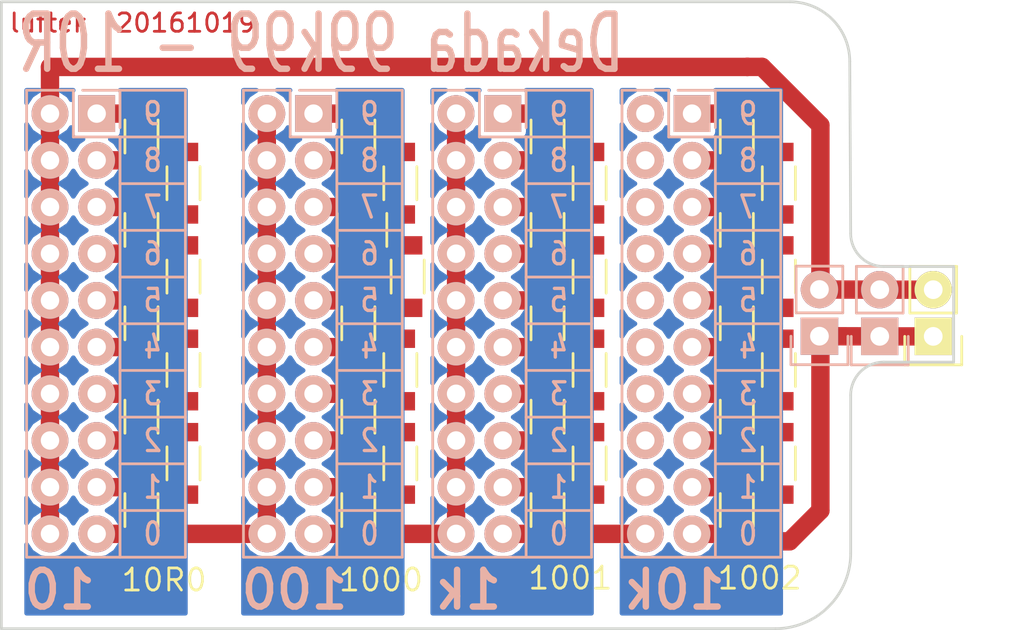
<source format=kicad_pcb>
(kicad_pcb (version 20160815) (host pcbnew "(2016-10-07 revision f14dc8f)-makepkg")

  (general
    (links 117)
    (no_connects 21)
    (area 81.640343 27.44407 133.590345 61.694077)
    (thickness 1.6)
    (drawings 110)
    (tracks 181)
    (zones 0)
    (modules 43)
    (nets 42)
  )

  (page A4)
  (layers
    (0 F.Cu signal)
    (31 B.Cu signal)
    (32 B.Adhes user)
    (33 F.Adhes user)
    (34 B.Paste user)
    (35 F.Paste user)
    (36 B.SilkS user)
    (37 F.SilkS user)
    (38 B.Mask user)
    (39 F.Mask user)
    (40 Dwgs.User user)
    (41 Cmts.User user)
    (42 Eco1.User user)
    (43 Eco2.User user)
    (44 Edge.Cuts user)
    (45 Margin user)
    (46 B.CrtYd user)
    (47 F.CrtYd user)
    (48 B.Fab user)
    (49 F.Fab user)
  )

  (setup
    (last_trace_width 1)
    (trace_clearance 0.254)
    (zone_clearance 0.254)
    (zone_45_only no)
    (trace_min 0.254)
    (segment_width 0.15)
    (edge_width 0.15)
    (via_size 0.889)
    (via_drill 0.635)
    (via_min_size 0.889)
    (via_min_drill 0.508)
    (uvia_size 0.508)
    (uvia_drill 0.127)
    (uvias_allowed no)
    (uvia_min_size 0.508)
    (uvia_min_drill 0.127)
    (pcb_text_width 0.3)
    (pcb_text_size 1 1)
    (mod_edge_width 0.15)
    (mod_text_size 1 1)
    (mod_text_width 0.15)
    (pad_size 1 1.6)
    (pad_drill 0)
    (pad_to_mask_clearance 0)
    (aux_axis_origin 81.715344 27.519073)
    (grid_origin 81.715344 27.519073)
    (visible_elements 7FFFFFFF)
    (pcbplotparams
      (layerselection 0x010f0_ffffffff)
      (usegerberextensions true)
      (excludeedgelayer true)
      (linewidth 0.150000)
      (plotframeref false)
      (viasonmask false)
      (mode 1)
      (useauxorigin false)
      (hpglpennumber 1)
      (hpglpenspeed 20)
      (hpglpendiameter 15)
      (psnegative false)
      (psa4output false)
      (plotreference true)
      (plotvalue true)
      (plotinvisibletext false)
      (padsonsilk false)
      (subtractmaskfromsilk false)
      (outputformat 1)
      (mirror false)
      (drillshape 0)
      (scaleselection 1)
      (outputdirectory gerb_Dekada_20160322/))
  )

  (net 0 "")
  (net 1 "Net-(P1-Pad1)")
  (net 2 "Net-(P1-Pad10)")
  (net 3 "Net-(P2-Pad1)")
  (net 4 "Net-(P3-Pad1)")
  (net 5 "Net-(P4-Pad1)")
  (net 6 "Net-(P1-Pad3)")
  (net 7 "Net-(P1-Pad5)")
  (net 8 "Net-(P1-Pad7)")
  (net 9 "Net-(P1-Pad9)")
  (net 10 "Net-(P1-Pad11)")
  (net 11 "Net-(P1-Pad13)")
  (net 12 "Net-(P1-Pad15)")
  (net 13 "Net-(P1-Pad17)")
  (net 14 "Net-(P1-Pad19)")
  (net 15 "Net-(P2-Pad3)")
  (net 16 "Net-(P2-Pad5)")
  (net 17 "Net-(P2-Pad7)")
  (net 18 "Net-(P2-Pad9)")
  (net 19 "Net-(P2-Pad11)")
  (net 20 "Net-(P2-Pad13)")
  (net 21 "Net-(P2-Pad15)")
  (net 22 "Net-(P2-Pad17)")
  (net 23 "Net-(P2-Pad19)")
  (net 24 "Net-(P3-Pad3)")
  (net 25 "Net-(P3-Pad5)")
  (net 26 "Net-(P3-Pad7)")
  (net 27 "Net-(P3-Pad9)")
  (net 28 "Net-(P3-Pad11)")
  (net 29 "Net-(P3-Pad13)")
  (net 30 "Net-(P3-Pad15)")
  (net 31 "Net-(P3-Pad17)")
  (net 32 "Net-(P3-Pad19)")
  (net 33 "Net-(P4-Pad3)")
  (net 34 "Net-(P4-Pad5)")
  (net 35 "Net-(P4-Pad7)")
  (net 36 "Net-(P4-Pad9)")
  (net 37 "Net-(P4-Pad11)")
  (net 38 "Net-(P4-Pad13)")
  (net 39 "Net-(P4-Pad15)")
  (net 40 "Net-(P4-Pad17)")
  (net 41 "Net-(P4-Pad19)")

  (net_class Default "This is the default net class."
    (clearance 0.254)
    (trace_width 1)
    (via_dia 0.889)
    (via_drill 0.635)
    (uvia_dia 0.508)
    (uvia_drill 0.127)
    (diff_pair_gap 0.25)
    (diff_pair_width 0.2)
    (add_net "Net-(P1-Pad1)")
    (add_net "Net-(P1-Pad10)")
    (add_net "Net-(P1-Pad11)")
    (add_net "Net-(P1-Pad13)")
    (add_net "Net-(P1-Pad15)")
    (add_net "Net-(P1-Pad17)")
    (add_net "Net-(P1-Pad19)")
    (add_net "Net-(P1-Pad3)")
    (add_net "Net-(P1-Pad5)")
    (add_net "Net-(P1-Pad7)")
    (add_net "Net-(P1-Pad9)")
    (add_net "Net-(P2-Pad1)")
    (add_net "Net-(P2-Pad11)")
    (add_net "Net-(P2-Pad13)")
    (add_net "Net-(P2-Pad15)")
    (add_net "Net-(P2-Pad17)")
    (add_net "Net-(P2-Pad19)")
    (add_net "Net-(P2-Pad3)")
    (add_net "Net-(P2-Pad5)")
    (add_net "Net-(P2-Pad7)")
    (add_net "Net-(P2-Pad9)")
    (add_net "Net-(P3-Pad1)")
    (add_net "Net-(P3-Pad11)")
    (add_net "Net-(P3-Pad13)")
    (add_net "Net-(P3-Pad15)")
    (add_net "Net-(P3-Pad17)")
    (add_net "Net-(P3-Pad19)")
    (add_net "Net-(P3-Pad3)")
    (add_net "Net-(P3-Pad5)")
    (add_net "Net-(P3-Pad7)")
    (add_net "Net-(P3-Pad9)")
    (add_net "Net-(P4-Pad1)")
    (add_net "Net-(P4-Pad11)")
    (add_net "Net-(P4-Pad13)")
    (add_net "Net-(P4-Pad15)")
    (add_net "Net-(P4-Pad17)")
    (add_net "Net-(P4-Pad19)")
    (add_net "Net-(P4-Pad3)")
    (add_net "Net-(P4-Pad5)")
    (add_net "Net-(P4-Pad7)")
    (add_net "Net-(P4-Pad9)")
  )

  (module R_1210_Custom (layer F.Cu) (tedit 580C7650) (tstamp 57F46971)
    (at 101.331288 39.927748 90)
    (descr "Resistor SMD 1206, reflow soldering, Vishay (see dcrcw.pdf)")
    (tags "resistor 1206")
    (path /5402F00F)
    (attr smd)
    (fp_text reference R13 (at 0 0 90) (layer F.SilkS) hide
      (effects (font (size 0.7 0.7) (thickness 0.03175)))
    )
    (fp_text value R (at 0 2.1 90) (layer F.Fab)
      (effects (font (size 1 1) (thickness 0.15)))
    )
    (fp_line (start -0.9 1.35) (end 0.9 1.35) (layer F.SilkS) (width 0.15))
    (fp_line (start -0.9 -1.35) (end 0.9 -1.35) (layer F.SilkS) (width 0.15))
    (fp_line (start 2.5 -1.55) (end 2.5 1.55) (layer F.CrtYd) (width 0.05))
    (fp_line (start -2.5 -1.55) (end -2.5 1.55) (layer F.CrtYd) (width 0.05))
    (fp_line (start -2.5 1.55) (end 2.5 1.55) (layer F.CrtYd) (width 0.05))
    (fp_line (start -2.5 -1.55) (end 2.5 -1.55) (layer F.CrtYd) (width 0.05))
    (pad 1 smd rect (at -1.7 0 90) (size 1 2.6) (layers F.Cu F.Paste F.Mask)
      (net 17 "Net-(P2-Pad7)"))
    (pad 2 smd rect (at 1.7 0 90) (size 1 2.6) (layers F.Cu F.Paste F.Mask)
      (net 16 "Net-(P2-Pad5)"))
    (model Resistors_SMD.3dshapes/R_1210.wrl
      (at (xyz 0 0 0))
      (scale (xyz 1 1 1))
      (rotate (xyz 0 0 0))
    )
  )

  (module R_1206_Custom (layer F.Cu) (tedit 580C7229) (tstamp 56EDB147)
    (at 89.336288 55.167748 90)
    (descr "Resistor SMD 1206, reflow soldering, Vishay (see dcrcw.pdf)")
    (tags "resistor 1206")
    (path /5402E4B9)
    (attr smd)
    (fp_text reference R9 (at 0 0 90) (layer F.SilkS) hide
      (effects (font (size 0.7 0.7) (thickness 0.03175)))
    )
    (fp_text value R (at 0 2.1 90) (layer F.Fab)
      (effects (font (size 1 1) (thickness 0.15)))
    )
    (fp_line (start -0.9 0.9) (end 0.9 0.9) (layer F.SilkS) (width 0.15))
    (fp_line (start -0.9 -0.9) (end 0.9 -0.9) (layer F.SilkS) (width 0.15))
    (fp_line (start 2.5 -1.1) (end 2.5 1.1) (layer F.CrtYd) (width 0.05))
    (fp_line (start -2.5 -1.1) (end -2.5 1.1) (layer F.CrtYd) (width 0.05))
    (fp_line (start -2.5 1.1) (end 2.5 1.1) (layer F.CrtYd) (width 0.05))
    (fp_line (start -2.5 -1.1) (end 2.5 -1.1) (layer F.CrtYd) (width 0.05))
    (pad 1 smd rect (at -1.7 0 90) (size 1 1.6) (layers F.Cu F.Paste F.Mask)
      (net 14 "Net-(P1-Pad19)"))
    (pad 2 smd rect (at 1.7 0 90) (size 1 1.6) (layers F.Cu F.Paste F.Mask)
      (net 13 "Net-(P1-Pad17)"))
    (model Resistors_SMD.3dshapes/R_1206.wrl
      (at (xyz 0 0 0))
      (scale (xyz 1 1 1))
      (rotate (xyz 0 0 0))
    )
  )

  (module Pin_Header_Straight_2x10_Custom (layer B.Cu) (tedit 580C7229) (tstamp 57F46AEF)
    (at 119.284288 33.601748 180)
    (descr "Through hole pin header")
    (tags "pin header")
    (path /5402F7C4)
    (fp_text reference P4 (at -0.95 2.45 180) (layer B.SilkS) hide
      (effects (font (size 1 1) (thickness 0.15)) (justify mirror))
    )
    (fp_text value CONN_02X10 (at 0 3.1 180) (layer B.Fab)
      (effects (font (size 1 1) (thickness 0.15)) (justify mirror))
    )
    (fp_line (start -1.75 1.75) (end -1.75 -24.65) (layer B.CrtYd) (width 0.05))
    (fp_line (start 4.3 1.75) (end 4.3 -24.65) (layer B.CrtYd) (width 0.05))
    (fp_line (start -1.75 1.75) (end 4.3 1.75) (layer B.CrtYd) (width 0.05))
    (fp_line (start -1.75 -24.65) (end 4.3 -24.65) (layer B.CrtYd) (width 0.05))
    (fp_line (start 3.81 -24.13) (end 3.81 1.27) (layer B.SilkS) (width 0.15))
    (fp_line (start -1.27 -1.27) (end -1.27 -24.13) (layer B.SilkS) (width 0.15))
    (fp_line (start 3.81 -24.13) (end -1.27 -24.13) (layer B.SilkS) (width 0.15))
    (fp_line (start 3.81 1.27) (end 1.27 1.27) (layer B.SilkS) (width 0.15))
    (fp_line (start 1.27 1.27) (end 1.27 -1.27) (layer B.SilkS) (width 0.15))
    (fp_line (start 1.27 -1.27) (end -1.27 -1.27) (layer B.SilkS) (width 0.15))
    (fp_line (start 0.762 1.27) (end -1.27 1.27) (layer B.SilkS) (width 0.15))
    (fp_line (start -1.27 1.27) (end -1.27 -0.762) (layer B.SilkS) (width 0.15))
    (pad 20 thru_hole oval (at 2.54 -22.86 180) (size 2 2) (drill 1) (layers *.Cu *.Mask B.SilkS)
      (net 32 "Net-(P3-Pad19)"))
    (pad 19 thru_hole oval (at 0 -22.86 180) (size 2 2) (drill 1) (layers *.Cu *.Mask B.SilkS)
      (net 41 "Net-(P4-Pad19)"))
    (pad 18 thru_hole oval (at 2.54 -20.32 180) (size 2 2) (drill 1) (layers *.Cu *.Mask B.SilkS)
      (net 32 "Net-(P3-Pad19)"))
    (pad 17 thru_hole oval (at 0 -20.32 180) (size 2 2) (drill 1) (layers *.Cu *.Mask B.SilkS)
      (net 40 "Net-(P4-Pad17)"))
    (pad 16 thru_hole oval (at 2.54 -17.78 180) (size 2 2) (drill 1) (layers *.Cu *.Mask B.SilkS)
      (net 32 "Net-(P3-Pad19)"))
    (pad 15 thru_hole oval (at 0 -17.78 180) (size 2 2) (drill 1) (layers *.Cu *.Mask B.SilkS)
      (net 39 "Net-(P4-Pad15)"))
    (pad 14 thru_hole oval (at 2.54 -15.24 180) (size 2 2) (drill 1) (layers *.Cu *.Mask B.SilkS)
      (net 32 "Net-(P3-Pad19)"))
    (pad 13 thru_hole oval (at 0 -15.24 180) (size 2 2) (drill 1) (layers *.Cu *.Mask B.SilkS)
      (net 38 "Net-(P4-Pad13)"))
    (pad 12 thru_hole oval (at 2.54 -12.7 180) (size 2 2) (drill 1) (layers *.Cu *.Mask B.SilkS)
      (net 32 "Net-(P3-Pad19)"))
    (pad 11 thru_hole oval (at 0 -12.7 180) (size 2 2) (drill 1) (layers *.Cu *.Mask B.SilkS)
      (net 37 "Net-(P4-Pad11)"))
    (pad 10 thru_hole oval (at 2.54 -10.16 180) (size 2 2) (drill 1) (layers *.Cu *.Mask B.SilkS)
      (net 32 "Net-(P3-Pad19)"))
    (pad 9 thru_hole oval (at 0 -10.16 180) (size 2 2) (drill 1) (layers *.Cu *.Mask B.SilkS)
      (net 36 "Net-(P4-Pad9)"))
    (pad 8 thru_hole oval (at 2.54 -7.62 180) (size 2 2) (drill 1) (layers *.Cu *.Mask B.SilkS)
      (net 32 "Net-(P3-Pad19)"))
    (pad 7 thru_hole oval (at 0 -7.62 180) (size 2 2) (drill 1) (layers *.Cu *.Mask B.SilkS)
      (net 35 "Net-(P4-Pad7)"))
    (pad 6 thru_hole oval (at 2.54 -5.08 180) (size 2 2) (drill 1) (layers *.Cu *.Mask B.SilkS)
      (net 32 "Net-(P3-Pad19)"))
    (pad 5 thru_hole oval (at 0 -5.08 180) (size 2 2) (drill 1) (layers *.Cu *.Mask B.SilkS)
      (net 34 "Net-(P4-Pad5)"))
    (pad 4 thru_hole oval (at 2.54 -2.54 180) (size 2 2) (drill 1) (layers *.Cu *.Mask B.SilkS)
      (net 32 "Net-(P3-Pad19)"))
    (pad 3 thru_hole oval (at 0 -2.54 180) (size 2 2) (drill 1) (layers *.Cu *.Mask B.SilkS)
      (net 33 "Net-(P4-Pad3)"))
    (pad 2 thru_hole oval (at 2.54 0 180) (size 2 2) (drill 1) (layers *.Cu *.Mask B.SilkS)
      (net 32 "Net-(P3-Pad19)"))
    (pad 1 thru_hole rect (at 0 0 180) (size 2 2) (drill 1) (layers *.Cu *.Mask B.SilkS)
      (net 5 "Net-(P4-Pad1)"))
    (model Pin_Headers.3dshapes/Pin_Header_Straight_2x10.wrl
      (at (xyz 0.05 -0.45 0))
      (scale (xyz 1 1 1))
      (rotate (xyz 0 0 90))
    )
  )

  (module R_1206_Custom (layer F.Cu) (tedit 580C7229) (tstamp 57F46AE4)
    (at 124.007288 47.547748 90)
    (descr "Resistor SMD 1206, reflow soldering, Vishay (see dcrcw.pdf)")
    (tags "resistor 1206")
    (path /5402F7E8)
    (attr smd)
    (fp_text reference R36 (at 0 0 90) (layer F.SilkS) hide
      (effects (font (size 0.7 0.7) (thickness 0.03175)))
    )
    (fp_text value R (at 0 2.1 90) (layer F.Fab)
      (effects (font (size 1 1) (thickness 0.15)))
    )
    (fp_line (start -2.5 -1.1) (end 2.5 -1.1) (layer F.CrtYd) (width 0.05))
    (fp_line (start -2.5 1.1) (end 2.5 1.1) (layer F.CrtYd) (width 0.05))
    (fp_line (start -2.5 -1.1) (end -2.5 1.1) (layer F.CrtYd) (width 0.05))
    (fp_line (start 2.5 -1.1) (end 2.5 1.1) (layer F.CrtYd) (width 0.05))
    (fp_line (start -0.9 -0.9) (end 0.9 -0.9) (layer F.SilkS) (width 0.15))
    (fp_line (start -0.9 0.9) (end 0.9 0.9) (layer F.SilkS) (width 0.15))
    (pad 2 smd rect (at 1.7 0 90) (size 1 1.6) (layers F.Cu F.Paste F.Mask)
      (net 37 "Net-(P4-Pad11)"))
    (pad 1 smd rect (at -1.7 0 90) (size 1 1.6) (layers F.Cu F.Paste F.Mask)
      (net 38 "Net-(P4-Pad13)"))
    (model Resistors_SMD.3dshapes/R_1206.wrl
      (at (xyz 0 0 0))
      (scale (xyz 1 1 1))
      (rotate (xyz 0 0 0))
    )
  )

  (module R_1206_Custom (layer F.Cu) (tedit 580C7229) (tstamp 57F46AD9)
    (at 121.721288 50.087748 90)
    (descr "Resistor SMD 1206, reflow soldering, Vishay (see dcrcw.pdf)")
    (tags "resistor 1206")
    (path /5402F7EE)
    (attr smd)
    (fp_text reference R37 (at 0 0 90) (layer F.SilkS) hide
      (effects (font (size 0.7 0.7) (thickness 0.03175)))
    )
    (fp_text value R (at 0 2.1 90) (layer F.Fab)
      (effects (font (size 1 1) (thickness 0.15)))
    )
    (fp_line (start -0.9 0.9) (end 0.9 0.9) (layer F.SilkS) (width 0.15))
    (fp_line (start -0.9 -0.9) (end 0.9 -0.9) (layer F.SilkS) (width 0.15))
    (fp_line (start 2.5 -1.1) (end 2.5 1.1) (layer F.CrtYd) (width 0.05))
    (fp_line (start -2.5 -1.1) (end -2.5 1.1) (layer F.CrtYd) (width 0.05))
    (fp_line (start -2.5 1.1) (end 2.5 1.1) (layer F.CrtYd) (width 0.05))
    (fp_line (start -2.5 -1.1) (end 2.5 -1.1) (layer F.CrtYd) (width 0.05))
    (pad 1 smd rect (at -1.7 0 90) (size 1 1.6) (layers F.Cu F.Paste F.Mask)
      (net 39 "Net-(P4-Pad15)"))
    (pad 2 smd rect (at 1.7 0 90) (size 1 1.6) (layers F.Cu F.Paste F.Mask)
      (net 38 "Net-(P4-Pad13)"))
    (model Resistors_SMD.3dshapes/R_1206.wrl
      (at (xyz 0 0 0))
      (scale (xyz 1 1 1))
      (rotate (xyz 0 0 0))
    )
  )

  (module R_1206_Custom (layer F.Cu) (tedit 580C7229) (tstamp 57F46ACE)
    (at 124.007288 52.627748 90)
    (descr "Resistor SMD 1206, reflow soldering, Vishay (see dcrcw.pdf)")
    (tags "resistor 1206")
    (path /5402F7F4)
    (attr smd)
    (fp_text reference R38 (at 0 0 90) (layer F.SilkS) hide
      (effects (font (size 0.7 0.7) (thickness 0.03175)))
    )
    (fp_text value R (at 0 2.1 90) (layer F.Fab)
      (effects (font (size 1 1) (thickness 0.15)))
    )
    (fp_line (start -0.9 0.9) (end 0.9 0.9) (layer F.SilkS) (width 0.15))
    (fp_line (start -0.9 -0.9) (end 0.9 -0.9) (layer F.SilkS) (width 0.15))
    (fp_line (start 2.5 -1.1) (end 2.5 1.1) (layer F.CrtYd) (width 0.05))
    (fp_line (start -2.5 -1.1) (end -2.5 1.1) (layer F.CrtYd) (width 0.05))
    (fp_line (start -2.5 1.1) (end 2.5 1.1) (layer F.CrtYd) (width 0.05))
    (fp_line (start -2.5 -1.1) (end 2.5 -1.1) (layer F.CrtYd) (width 0.05))
    (pad 1 smd rect (at -1.7 0 90) (size 1 1.6) (layers F.Cu F.Paste F.Mask)
      (net 40 "Net-(P4-Pad17)"))
    (pad 2 smd rect (at 1.7 0 90) (size 1 1.6) (layers F.Cu F.Paste F.Mask)
      (net 39 "Net-(P4-Pad15)"))
    (model Resistors_SMD.3dshapes/R_1206.wrl
      (at (xyz 0 0 0))
      (scale (xyz 1 1 1))
      (rotate (xyz 0 0 0))
    )
  )

  (module R_1206_Custom (layer F.Cu) (tedit 580C7229) (tstamp 57F46AC3)
    (at 121.721288 55.167748 90)
    (descr "Resistor SMD 1206, reflow soldering, Vishay (see dcrcw.pdf)")
    (tags "resistor 1206")
    (path /5402F7FA)
    (attr smd)
    (fp_text reference R39 (at 0 0 90) (layer F.SilkS) hide
      (effects (font (size 0.7 0.7) (thickness 0.03175)))
    )
    (fp_text value R (at 0 2.1 90) (layer F.Fab)
      (effects (font (size 1 1) (thickness 0.15)))
    )
    (fp_line (start -2.5 -1.1) (end 2.5 -1.1) (layer F.CrtYd) (width 0.05))
    (fp_line (start -2.5 1.1) (end 2.5 1.1) (layer F.CrtYd) (width 0.05))
    (fp_line (start -2.5 -1.1) (end -2.5 1.1) (layer F.CrtYd) (width 0.05))
    (fp_line (start 2.5 -1.1) (end 2.5 1.1) (layer F.CrtYd) (width 0.05))
    (fp_line (start -0.9 -0.9) (end 0.9 -0.9) (layer F.SilkS) (width 0.15))
    (fp_line (start -0.9 0.9) (end 0.9 0.9) (layer F.SilkS) (width 0.15))
    (pad 2 smd rect (at 1.7 0 90) (size 1 1.6) (layers F.Cu F.Paste F.Mask)
      (net 40 "Net-(P4-Pad17)"))
    (pad 1 smd rect (at -1.7 0 90) (size 1 1.6) (layers F.Cu F.Paste F.Mask)
      (net 41 "Net-(P4-Pad19)"))
    (model Resistors_SMD.3dshapes/R_1206.wrl
      (at (xyz 0 0 0))
      (scale (xyz 1 1 1))
      (rotate (xyz 0 0 0))
    )
  )

  (module R_1206_Custom (layer F.Cu) (tedit 580C7229) (tstamp 57F46AB8)
    (at 124.007288 37.387748 90)
    (descr "Resistor SMD 1206, reflow soldering, Vishay (see dcrcw.pdf)")
    (tags "resistor 1206")
    (path /5402F7D0)
    (attr smd)
    (fp_text reference R32 (at 0 0 90) (layer F.SilkS) hide
      (effects (font (size 0.7 0.7) (thickness 0.03175)))
    )
    (fp_text value R (at 0 2.1 90) (layer F.Fab)
      (effects (font (size 1 1) (thickness 0.15)))
    )
    (fp_line (start -2.5 -1.1) (end 2.5 -1.1) (layer F.CrtYd) (width 0.05))
    (fp_line (start -2.5 1.1) (end 2.5 1.1) (layer F.CrtYd) (width 0.05))
    (fp_line (start -2.5 -1.1) (end -2.5 1.1) (layer F.CrtYd) (width 0.05))
    (fp_line (start 2.5 -1.1) (end 2.5 1.1) (layer F.CrtYd) (width 0.05))
    (fp_line (start -0.9 -0.9) (end 0.9 -0.9) (layer F.SilkS) (width 0.15))
    (fp_line (start -0.9 0.9) (end 0.9 0.9) (layer F.SilkS) (width 0.15))
    (pad 2 smd rect (at 1.7 0 90) (size 1 1.6) (layers F.Cu F.Paste F.Mask)
      (net 33 "Net-(P4-Pad3)"))
    (pad 1 smd rect (at -1.7 0 90) (size 1 1.6) (layers F.Cu F.Paste F.Mask)
      (net 34 "Net-(P4-Pad5)"))
    (model Resistors_SMD.3dshapes/R_1206.wrl
      (at (xyz 0 0 0))
      (scale (xyz 1 1 1))
      (rotate (xyz 0 0 0))
    )
  )

  (module R_1206_Custom (layer F.Cu) (tedit 580C7229) (tstamp 57F46AAD)
    (at 121.721288 39.927748 90)
    (descr "Resistor SMD 1206, reflow soldering, Vishay (see dcrcw.pdf)")
    (tags "resistor 1206")
    (path /5402F7D6)
    (attr smd)
    (fp_text reference R33 (at 0 0 90) (layer F.SilkS) hide
      (effects (font (size 0.7 0.7) (thickness 0.03175)))
    )
    (fp_text value R (at 0 2.1 90) (layer F.Fab)
      (effects (font (size 1 1) (thickness 0.15)))
    )
    (fp_line (start -0.9 0.9) (end 0.9 0.9) (layer F.SilkS) (width 0.15))
    (fp_line (start -0.9 -0.9) (end 0.9 -0.9) (layer F.SilkS) (width 0.15))
    (fp_line (start 2.5 -1.1) (end 2.5 1.1) (layer F.CrtYd) (width 0.05))
    (fp_line (start -2.5 -1.1) (end -2.5 1.1) (layer F.CrtYd) (width 0.05))
    (fp_line (start -2.5 1.1) (end 2.5 1.1) (layer F.CrtYd) (width 0.05))
    (fp_line (start -2.5 -1.1) (end 2.5 -1.1) (layer F.CrtYd) (width 0.05))
    (pad 1 smd rect (at -1.7 0 90) (size 1 1.6) (layers F.Cu F.Paste F.Mask)
      (net 35 "Net-(P4-Pad7)"))
    (pad 2 smd rect (at 1.7 0 90) (size 1 1.6) (layers F.Cu F.Paste F.Mask)
      (net 34 "Net-(P4-Pad5)"))
    (model Resistors_SMD.3dshapes/R_1206.wrl
      (at (xyz 0 0 0))
      (scale (xyz 1 1 1))
      (rotate (xyz 0 0 0))
    )
  )

  (module R_1206_Custom (layer F.Cu) (tedit 580C7229) (tstamp 57F46AA2)
    (at 124.007288 42.467748 90)
    (descr "Resistor SMD 1206, reflow soldering, Vishay (see dcrcw.pdf)")
    (tags "resistor 1206")
    (path /5402F7DC)
    (attr smd)
    (fp_text reference R34 (at 0 0 90) (layer F.SilkS) hide
      (effects (font (size 0.7 0.7) (thickness 0.03175)))
    )
    (fp_text value R (at 0 2.1 90) (layer F.Fab)
      (effects (font (size 1 1) (thickness 0.15)))
    )
    (fp_line (start -0.9 0.9) (end 0.9 0.9) (layer F.SilkS) (width 0.15))
    (fp_line (start -0.9 -0.9) (end 0.9 -0.9) (layer F.SilkS) (width 0.15))
    (fp_line (start 2.5 -1.1) (end 2.5 1.1) (layer F.CrtYd) (width 0.05))
    (fp_line (start -2.5 -1.1) (end -2.5 1.1) (layer F.CrtYd) (width 0.05))
    (fp_line (start -2.5 1.1) (end 2.5 1.1) (layer F.CrtYd) (width 0.05))
    (fp_line (start -2.5 -1.1) (end 2.5 -1.1) (layer F.CrtYd) (width 0.05))
    (pad 1 smd rect (at -1.7 0 90) (size 1 1.6) (layers F.Cu F.Paste F.Mask)
      (net 36 "Net-(P4-Pad9)"))
    (pad 2 smd rect (at 1.7 0 90) (size 1 1.6) (layers F.Cu F.Paste F.Mask)
      (net 35 "Net-(P4-Pad7)"))
    (model Resistors_SMD.3dshapes/R_1206.wrl
      (at (xyz 0 0 0))
      (scale (xyz 1 1 1))
      (rotate (xyz 0 0 0))
    )
  )

  (module R_1206_Custom (layer F.Cu) (tedit 580C7229) (tstamp 57F46A97)
    (at 121.721288 45.007748 90)
    (descr "Resistor SMD 1206, reflow soldering, Vishay (see dcrcw.pdf)")
    (tags "resistor 1206")
    (path /5402F7E2)
    (attr smd)
    (fp_text reference R35 (at 0 0 90) (layer F.SilkS) hide
      (effects (font (size 0.7 0.7) (thickness 0.03175)))
    )
    (fp_text value R (at 0 2.1 90) (layer F.Fab)
      (effects (font (size 1 1) (thickness 0.15)))
    )
    (fp_line (start -2.5 -1.1) (end 2.5 -1.1) (layer F.CrtYd) (width 0.05))
    (fp_line (start -2.5 1.1) (end 2.5 1.1) (layer F.CrtYd) (width 0.05))
    (fp_line (start -2.5 -1.1) (end -2.5 1.1) (layer F.CrtYd) (width 0.05))
    (fp_line (start 2.5 -1.1) (end 2.5 1.1) (layer F.CrtYd) (width 0.05))
    (fp_line (start -0.9 -0.9) (end 0.9 -0.9) (layer F.SilkS) (width 0.15))
    (fp_line (start -0.9 0.9) (end 0.9 0.9) (layer F.SilkS) (width 0.15))
    (pad 2 smd rect (at 1.7 0 90) (size 1 1.6) (layers F.Cu F.Paste F.Mask)
      (net 36 "Net-(P4-Pad9)"))
    (pad 1 smd rect (at -1.7 0 90) (size 1 1.6) (layers F.Cu F.Paste F.Mask)
      (net 37 "Net-(P4-Pad11)"))
    (model Resistors_SMD.3dshapes/R_1206.wrl
      (at (xyz 0 0 0))
      (scale (xyz 1 1 1))
      (rotate (xyz 0 0 0))
    )
  )

  (module R_1206_Custom (layer F.Cu) (tedit 580C7229) (tstamp 57F46A8C)
    (at 121.721288 34.847748 90)
    (descr "Resistor SMD 1206, reflow soldering, Vishay (see dcrcw.pdf)")
    (tags "resistor 1206")
    (path /5402F7CA)
    (attr smd)
    (fp_text reference R31 (at 0 0 90) (layer F.SilkS) hide
      (effects (font (size 0.7 0.7) (thickness 0.03175)))
    )
    (fp_text value R (at 0 2.1 90) (layer F.Fab)
      (effects (font (size 1 1) (thickness 0.15)))
    )
    (fp_line (start -2.5 -1.1) (end 2.5 -1.1) (layer F.CrtYd) (width 0.05))
    (fp_line (start -2.5 1.1) (end 2.5 1.1) (layer F.CrtYd) (width 0.05))
    (fp_line (start -2.5 -1.1) (end -2.5 1.1) (layer F.CrtYd) (width 0.05))
    (fp_line (start 2.5 -1.1) (end 2.5 1.1) (layer F.CrtYd) (width 0.05))
    (fp_line (start -0.9 -0.9) (end 0.9 -0.9) (layer F.SilkS) (width 0.15))
    (fp_line (start -0.9 0.9) (end 0.9 0.9) (layer F.SilkS) (width 0.15))
    (pad 2 smd rect (at 1.7 0 90) (size 1 1.6) (layers F.Cu F.Paste F.Mask)
      (net 5 "Net-(P4-Pad1)"))
    (pad 1 smd rect (at -1.7 0 90) (size 1 1.6) (layers F.Cu F.Paste F.Mask)
      (net 33 "Net-(P4-Pad3)"))
    (model Resistors_SMD.3dshapes/R_1206.wrl
      (at (xyz 0 0 0))
      (scale (xyz 1 1 1))
      (rotate (xyz 0 0 0))
    )
  )

  (module Pin_Header_Straight_2x10_Custom (layer B.Cu) (tedit 580C7229) (tstamp 57F46A51)
    (at 108.989288 33.601748 180)
    (descr "Through hole pin header")
    (tags "pin header")
    (path /5402F5CF)
    (fp_text reference P3 (at -0.95 2.45 180) (layer B.SilkS) hide
      (effects (font (size 1 1) (thickness 0.15)) (justify mirror))
    )
    (fp_text value CONN_02X10 (at 0 3.1 180) (layer B.Fab)
      (effects (font (size 1 1) (thickness 0.15)) (justify mirror))
    )
    (fp_line (start -1.27 1.27) (end -1.27 -0.762) (layer B.SilkS) (width 0.15))
    (fp_line (start 0.762 1.27) (end -1.27 1.27) (layer B.SilkS) (width 0.15))
    (fp_line (start 1.27 -1.27) (end -1.27 -1.27) (layer B.SilkS) (width 0.15))
    (fp_line (start 1.27 1.27) (end 1.27 -1.27) (layer B.SilkS) (width 0.15))
    (fp_line (start 3.81 1.27) (end 1.27 1.27) (layer B.SilkS) (width 0.15))
    (fp_line (start 3.81 -24.13) (end -1.27 -24.13) (layer B.SilkS) (width 0.15))
    (fp_line (start -1.27 -1.27) (end -1.27 -24.13) (layer B.SilkS) (width 0.15))
    (fp_line (start 3.81 -24.13) (end 3.81 1.27) (layer B.SilkS) (width 0.15))
    (fp_line (start -1.75 -24.65) (end 4.3 -24.65) (layer B.CrtYd) (width 0.05))
    (fp_line (start -1.75 1.75) (end 4.3 1.75) (layer B.CrtYd) (width 0.05))
    (fp_line (start 4.3 1.75) (end 4.3 -24.65) (layer B.CrtYd) (width 0.05))
    (fp_line (start -1.75 1.75) (end -1.75 -24.65) (layer B.CrtYd) (width 0.05))
    (pad 1 thru_hole rect (at 0 0 180) (size 2 2) (drill 1) (layers *.Cu *.Mask B.SilkS)
      (net 4 "Net-(P3-Pad1)"))
    (pad 2 thru_hole oval (at 2.54 0 180) (size 2 2) (drill 1) (layers *.Cu *.Mask B.SilkS)
      (net 23 "Net-(P2-Pad19)"))
    (pad 3 thru_hole oval (at 0 -2.54 180) (size 2 2) (drill 1) (layers *.Cu *.Mask B.SilkS)
      (net 24 "Net-(P3-Pad3)"))
    (pad 4 thru_hole oval (at 2.54 -2.54 180) (size 2 2) (drill 1) (layers *.Cu *.Mask B.SilkS)
      (net 23 "Net-(P2-Pad19)"))
    (pad 5 thru_hole oval (at 0 -5.08 180) (size 2 2) (drill 1) (layers *.Cu *.Mask B.SilkS)
      (net 25 "Net-(P3-Pad5)"))
    (pad 6 thru_hole oval (at 2.54 -5.08 180) (size 2 2) (drill 1) (layers *.Cu *.Mask B.SilkS)
      (net 23 "Net-(P2-Pad19)"))
    (pad 7 thru_hole oval (at 0 -7.62 180) (size 2 2) (drill 1) (layers *.Cu *.Mask B.SilkS)
      (net 26 "Net-(P3-Pad7)"))
    (pad 8 thru_hole oval (at 2.54 -7.62 180) (size 2 2) (drill 1) (layers *.Cu *.Mask B.SilkS)
      (net 23 "Net-(P2-Pad19)"))
    (pad 9 thru_hole oval (at 0 -10.16 180) (size 2 2) (drill 1) (layers *.Cu *.Mask B.SilkS)
      (net 27 "Net-(P3-Pad9)"))
    (pad 10 thru_hole oval (at 2.54 -10.16 180) (size 2 2) (drill 1) (layers *.Cu *.Mask B.SilkS)
      (net 23 "Net-(P2-Pad19)"))
    (pad 11 thru_hole oval (at 0 -12.7 180) (size 2 2) (drill 1) (layers *.Cu *.Mask B.SilkS)
      (net 28 "Net-(P3-Pad11)"))
    (pad 12 thru_hole oval (at 2.54 -12.7 180) (size 2 2) (drill 1) (layers *.Cu *.Mask B.SilkS)
      (net 23 "Net-(P2-Pad19)"))
    (pad 13 thru_hole oval (at 0 -15.24 180) (size 2 2) (drill 1) (layers *.Cu *.Mask B.SilkS)
      (net 29 "Net-(P3-Pad13)"))
    (pad 14 thru_hole oval (at 2.54 -15.24 180) (size 2 2) (drill 1) (layers *.Cu *.Mask B.SilkS)
      (net 23 "Net-(P2-Pad19)"))
    (pad 15 thru_hole oval (at 0 -17.78 180) (size 2 2) (drill 1) (layers *.Cu *.Mask B.SilkS)
      (net 30 "Net-(P3-Pad15)"))
    (pad 16 thru_hole oval (at 2.54 -17.78 180) (size 2 2) (drill 1) (layers *.Cu *.Mask B.SilkS)
      (net 23 "Net-(P2-Pad19)"))
    (pad 17 thru_hole oval (at 0 -20.32 180) (size 2 2) (drill 1) (layers *.Cu *.Mask B.SilkS)
      (net 31 "Net-(P3-Pad17)"))
    (pad 18 thru_hole oval (at 2.54 -20.32 180) (size 2 2) (drill 1) (layers *.Cu *.Mask B.SilkS)
      (net 23 "Net-(P2-Pad19)"))
    (pad 19 thru_hole oval (at 0 -22.86 180) (size 2 2) (drill 1) (layers *.Cu *.Mask B.SilkS)
      (net 32 "Net-(P3-Pad19)"))
    (pad 20 thru_hole oval (at 2.54 -22.86 180) (size 2 2) (drill 1) (layers *.Cu *.Mask B.SilkS)
      (net 23 "Net-(P2-Pad19)"))
    (model Pin_Headers.3dshapes/Pin_Header_Straight_2x10.wrl
      (at (xyz 0.05 -0.45 0))
      (scale (xyz 1 1 1))
      (rotate (xyz 0 0 90))
    )
  )

  (module R_1206_Custom (layer F.Cu) (tedit 580C7229) (tstamp 57F46A46)
    (at 113.712288 47.547748 90)
    (descr "Resistor SMD 1206, reflow soldering, Vishay (see dcrcw.pdf)")
    (tags "resistor 1206")
    (path /5402F5F3)
    (attr smd)
    (fp_text reference R26 (at 0 0 90) (layer F.SilkS) hide
      (effects (font (size 0.7 0.7) (thickness 0.03175)))
    )
    (fp_text value R (at 0 2.1 90) (layer F.Fab)
      (effects (font (size 1 1) (thickness 0.15)))
    )
    (fp_line (start -0.9 0.9) (end 0.9 0.9) (layer F.SilkS) (width 0.15))
    (fp_line (start -0.9 -0.9) (end 0.9 -0.9) (layer F.SilkS) (width 0.15))
    (fp_line (start 2.5 -1.1) (end 2.5 1.1) (layer F.CrtYd) (width 0.05))
    (fp_line (start -2.5 -1.1) (end -2.5 1.1) (layer F.CrtYd) (width 0.05))
    (fp_line (start -2.5 1.1) (end 2.5 1.1) (layer F.CrtYd) (width 0.05))
    (fp_line (start -2.5 -1.1) (end 2.5 -1.1) (layer F.CrtYd) (width 0.05))
    (pad 1 smd rect (at -1.7 0 90) (size 1 1.6) (layers F.Cu F.Paste F.Mask)
      (net 29 "Net-(P3-Pad13)"))
    (pad 2 smd rect (at 1.7 0 90) (size 1 1.6) (layers F.Cu F.Paste F.Mask)
      (net 28 "Net-(P3-Pad11)"))
    (model Resistors_SMD.3dshapes/R_1206.wrl
      (at (xyz 0 0 0))
      (scale (xyz 1 1 1))
      (rotate (xyz 0 0 0))
    )
  )

  (module R_1206_Custom (layer F.Cu) (tedit 580C7229) (tstamp 57F46A3B)
    (at 111.426288 50.087748 90)
    (descr "Resistor SMD 1206, reflow soldering, Vishay (see dcrcw.pdf)")
    (tags "resistor 1206")
    (path /5402F5F9)
    (attr smd)
    (fp_text reference R27 (at 0 0 90) (layer F.SilkS) hide
      (effects (font (size 0.7 0.7) (thickness 0.03175)))
    )
    (fp_text value R (at 0 2.1 90) (layer F.Fab)
      (effects (font (size 1 1) (thickness 0.15)))
    )
    (fp_line (start -2.5 -1.1) (end 2.5 -1.1) (layer F.CrtYd) (width 0.05))
    (fp_line (start -2.5 1.1) (end 2.5 1.1) (layer F.CrtYd) (width 0.05))
    (fp_line (start -2.5 -1.1) (end -2.5 1.1) (layer F.CrtYd) (width 0.05))
    (fp_line (start 2.5 -1.1) (end 2.5 1.1) (layer F.CrtYd) (width 0.05))
    (fp_line (start -0.9 -0.9) (end 0.9 -0.9) (layer F.SilkS) (width 0.15))
    (fp_line (start -0.9 0.9) (end 0.9 0.9) (layer F.SilkS) (width 0.15))
    (pad 2 smd rect (at 1.7 0 90) (size 1 1.6) (layers F.Cu F.Paste F.Mask)
      (net 29 "Net-(P3-Pad13)"))
    (pad 1 smd rect (at -1.7 0 90) (size 1 1.6) (layers F.Cu F.Paste F.Mask)
      (net 30 "Net-(P3-Pad15)"))
    (model Resistors_SMD.3dshapes/R_1206.wrl
      (at (xyz 0 0 0))
      (scale (xyz 1 1 1))
      (rotate (xyz 0 0 0))
    )
  )

  (module R_1206_Custom (layer F.Cu) (tedit 580C7229) (tstamp 57F46A30)
    (at 113.712288 52.627748 90)
    (descr "Resistor SMD 1206, reflow soldering, Vishay (see dcrcw.pdf)")
    (tags "resistor 1206")
    (path /5402F5FF)
    (attr smd)
    (fp_text reference R28 (at 0 0 90) (layer F.SilkS) hide
      (effects (font (size 0.7 0.7) (thickness 0.03175)))
    )
    (fp_text value R (at 0 2.1 90) (layer F.Fab)
      (effects (font (size 1 1) (thickness 0.15)))
    )
    (fp_line (start -2.5 -1.1) (end 2.5 -1.1) (layer F.CrtYd) (width 0.05))
    (fp_line (start -2.5 1.1) (end 2.5 1.1) (layer F.CrtYd) (width 0.05))
    (fp_line (start -2.5 -1.1) (end -2.5 1.1) (layer F.CrtYd) (width 0.05))
    (fp_line (start 2.5 -1.1) (end 2.5 1.1) (layer F.CrtYd) (width 0.05))
    (fp_line (start -0.9 -0.9) (end 0.9 -0.9) (layer F.SilkS) (width 0.15))
    (fp_line (start -0.9 0.9) (end 0.9 0.9) (layer F.SilkS) (width 0.15))
    (pad 2 smd rect (at 1.7 0 90) (size 1 1.6) (layers F.Cu F.Paste F.Mask)
      (net 30 "Net-(P3-Pad15)"))
    (pad 1 smd rect (at -1.7 0 90) (size 1 1.6) (layers F.Cu F.Paste F.Mask)
      (net 31 "Net-(P3-Pad17)"))
    (model Resistors_SMD.3dshapes/R_1206.wrl
      (at (xyz 0 0 0))
      (scale (xyz 1 1 1))
      (rotate (xyz 0 0 0))
    )
  )

  (module R_1206_Custom (layer F.Cu) (tedit 580C7229) (tstamp 57F46A25)
    (at 111.426288 55.167748 90)
    (descr "Resistor SMD 1206, reflow soldering, Vishay (see dcrcw.pdf)")
    (tags "resistor 1206")
    (path /5402F605)
    (attr smd)
    (fp_text reference R29 (at 0 0 90) (layer F.SilkS) hide
      (effects (font (size 0.7 0.7) (thickness 0.03175)))
    )
    (fp_text value R (at 0 2.1 90) (layer F.Fab)
      (effects (font (size 1 1) (thickness 0.15)))
    )
    (fp_line (start -0.9 0.9) (end 0.9 0.9) (layer F.SilkS) (width 0.15))
    (fp_line (start -0.9 -0.9) (end 0.9 -0.9) (layer F.SilkS) (width 0.15))
    (fp_line (start 2.5 -1.1) (end 2.5 1.1) (layer F.CrtYd) (width 0.05))
    (fp_line (start -2.5 -1.1) (end -2.5 1.1) (layer F.CrtYd) (width 0.05))
    (fp_line (start -2.5 1.1) (end 2.5 1.1) (layer F.CrtYd) (width 0.05))
    (fp_line (start -2.5 -1.1) (end 2.5 -1.1) (layer F.CrtYd) (width 0.05))
    (pad 1 smd rect (at -1.7 0 90) (size 1 1.6) (layers F.Cu F.Paste F.Mask)
      (net 32 "Net-(P3-Pad19)"))
    (pad 2 smd rect (at 1.7 0 90) (size 1 1.6) (layers F.Cu F.Paste F.Mask)
      (net 31 "Net-(P3-Pad17)"))
    (model Resistors_SMD.3dshapes/R_1206.wrl
      (at (xyz 0 0 0))
      (scale (xyz 1 1 1))
      (rotate (xyz 0 0 0))
    )
  )

  (module R_1206_Custom (layer F.Cu) (tedit 580C7229) (tstamp 57F46A1A)
    (at 113.712288 37.387748 90)
    (descr "Resistor SMD 1206, reflow soldering, Vishay (see dcrcw.pdf)")
    (tags "resistor 1206")
    (path /5402F5DB)
    (attr smd)
    (fp_text reference R22 (at 0 0 90) (layer F.SilkS) hide
      (effects (font (size 0.7 0.7) (thickness 0.03175)))
    )
    (fp_text value R (at 0 2.1 90) (layer F.Fab)
      (effects (font (size 1 1) (thickness 0.15)))
    )
    (fp_line (start -0.9 0.9) (end 0.9 0.9) (layer F.SilkS) (width 0.15))
    (fp_line (start -0.9 -0.9) (end 0.9 -0.9) (layer F.SilkS) (width 0.15))
    (fp_line (start 2.5 -1.1) (end 2.5 1.1) (layer F.CrtYd) (width 0.05))
    (fp_line (start -2.5 -1.1) (end -2.5 1.1) (layer F.CrtYd) (width 0.05))
    (fp_line (start -2.5 1.1) (end 2.5 1.1) (layer F.CrtYd) (width 0.05))
    (fp_line (start -2.5 -1.1) (end 2.5 -1.1) (layer F.CrtYd) (width 0.05))
    (pad 1 smd rect (at -1.7 0 90) (size 1 1.6) (layers F.Cu F.Paste F.Mask)
      (net 25 "Net-(P3-Pad5)"))
    (pad 2 smd rect (at 1.7 0 90) (size 1 1.6) (layers F.Cu F.Paste F.Mask)
      (net 24 "Net-(P3-Pad3)"))
    (model Resistors_SMD.3dshapes/R_1206.wrl
      (at (xyz 0 0 0))
      (scale (xyz 1 1 1))
      (rotate (xyz 0 0 0))
    )
  )

  (module R_1206_Custom (layer F.Cu) (tedit 580C7229) (tstamp 57F46A0F)
    (at 111.426288 39.927748 90)
    (descr "Resistor SMD 1206, reflow soldering, Vishay (see dcrcw.pdf)")
    (tags "resistor 1206")
    (path /5402F5E1)
    (attr smd)
    (fp_text reference R23 (at 0 0 90) (layer F.SilkS) hide
      (effects (font (size 0.7 0.7) (thickness 0.03175)))
    )
    (fp_text value R (at 0 2.1 90) (layer F.Fab)
      (effects (font (size 1 1) (thickness 0.15)))
    )
    (fp_line (start -2.5 -1.1) (end 2.5 -1.1) (layer F.CrtYd) (width 0.05))
    (fp_line (start -2.5 1.1) (end 2.5 1.1) (layer F.CrtYd) (width 0.05))
    (fp_line (start -2.5 -1.1) (end -2.5 1.1) (layer F.CrtYd) (width 0.05))
    (fp_line (start 2.5 -1.1) (end 2.5 1.1) (layer F.CrtYd) (width 0.05))
    (fp_line (start -0.9 -0.9) (end 0.9 -0.9) (layer F.SilkS) (width 0.15))
    (fp_line (start -0.9 0.9) (end 0.9 0.9) (layer F.SilkS) (width 0.15))
    (pad 2 smd rect (at 1.7 0 90) (size 1 1.6) (layers F.Cu F.Paste F.Mask)
      (net 25 "Net-(P3-Pad5)"))
    (pad 1 smd rect (at -1.7 0 90) (size 1 1.6) (layers F.Cu F.Paste F.Mask)
      (net 26 "Net-(P3-Pad7)"))
    (model Resistors_SMD.3dshapes/R_1206.wrl
      (at (xyz 0 0 0))
      (scale (xyz 1 1 1))
      (rotate (xyz 0 0 0))
    )
  )

  (module R_1206_Custom (layer F.Cu) (tedit 580C7229) (tstamp 57F46A04)
    (at 113.712288 42.467748 90)
    (descr "Resistor SMD 1206, reflow soldering, Vishay (see dcrcw.pdf)")
    (tags "resistor 1206")
    (path /5402F5E7)
    (attr smd)
    (fp_text reference R24 (at 0 0 90) (layer F.SilkS) hide
      (effects (font (size 0.7 0.7) (thickness 0.03175)))
    )
    (fp_text value R (at 0 2.1 90) (layer F.Fab)
      (effects (font (size 1 1) (thickness 0.15)))
    )
    (fp_line (start -2.5 -1.1) (end 2.5 -1.1) (layer F.CrtYd) (width 0.05))
    (fp_line (start -2.5 1.1) (end 2.5 1.1) (layer F.CrtYd) (width 0.05))
    (fp_line (start -2.5 -1.1) (end -2.5 1.1) (layer F.CrtYd) (width 0.05))
    (fp_line (start 2.5 -1.1) (end 2.5 1.1) (layer F.CrtYd) (width 0.05))
    (fp_line (start -0.9 -0.9) (end 0.9 -0.9) (layer F.SilkS) (width 0.15))
    (fp_line (start -0.9 0.9) (end 0.9 0.9) (layer F.SilkS) (width 0.15))
    (pad 2 smd rect (at 1.7 0 90) (size 1 1.6) (layers F.Cu F.Paste F.Mask)
      (net 26 "Net-(P3-Pad7)"))
    (pad 1 smd rect (at -1.7 0 90) (size 1 1.6) (layers F.Cu F.Paste F.Mask)
      (net 27 "Net-(P3-Pad9)"))
    (model Resistors_SMD.3dshapes/R_1206.wrl
      (at (xyz 0 0 0))
      (scale (xyz 1 1 1))
      (rotate (xyz 0 0 0))
    )
  )

  (module R_1206_Custom (layer F.Cu) (tedit 580C7229) (tstamp 57F469F9)
    (at 111.426288 45.007748 90)
    (descr "Resistor SMD 1206, reflow soldering, Vishay (see dcrcw.pdf)")
    (tags "resistor 1206")
    (path /5402F5ED)
    (attr smd)
    (fp_text reference R25 (at 0 0 90) (layer F.SilkS) hide
      (effects (font (size 0.7 0.7) (thickness 0.03175)))
    )
    (fp_text value R (at 0 2.1 90) (layer F.Fab)
      (effects (font (size 1 1) (thickness 0.15)))
    )
    (fp_line (start -0.9 0.9) (end 0.9 0.9) (layer F.SilkS) (width 0.15))
    (fp_line (start -0.9 -0.9) (end 0.9 -0.9) (layer F.SilkS) (width 0.15))
    (fp_line (start 2.5 -1.1) (end 2.5 1.1) (layer F.CrtYd) (width 0.05))
    (fp_line (start -2.5 -1.1) (end -2.5 1.1) (layer F.CrtYd) (width 0.05))
    (fp_line (start -2.5 1.1) (end 2.5 1.1) (layer F.CrtYd) (width 0.05))
    (fp_line (start -2.5 -1.1) (end 2.5 -1.1) (layer F.CrtYd) (width 0.05))
    (pad 1 smd rect (at -1.7 0 90) (size 1 1.6) (layers F.Cu F.Paste F.Mask)
      (net 28 "Net-(P3-Pad11)"))
    (pad 2 smd rect (at 1.7 0 90) (size 1 1.6) (layers F.Cu F.Paste F.Mask)
      (net 27 "Net-(P3-Pad9)"))
    (model Resistors_SMD.3dshapes/R_1206.wrl
      (at (xyz 0 0 0))
      (scale (xyz 1 1 1))
      (rotate (xyz 0 0 0))
    )
  )

  (module R_1206_Custom (layer F.Cu) (tedit 580C7229) (tstamp 57F469EE)
    (at 111.426288 34.847748 90)
    (descr "Resistor SMD 1206, reflow soldering, Vishay (see dcrcw.pdf)")
    (tags "resistor 1206")
    (path /5402F5D5)
    (attr smd)
    (fp_text reference R21 (at 0 0 90) (layer F.SilkS) hide
      (effects (font (size 0.7 0.7) (thickness 0.03175)))
    )
    (fp_text value R (at 0 2.1 90) (layer F.Fab)
      (effects (font (size 1 1) (thickness 0.15)))
    )
    (fp_line (start -0.9 0.9) (end 0.9 0.9) (layer F.SilkS) (width 0.15))
    (fp_line (start -0.9 -0.9) (end 0.9 -0.9) (layer F.SilkS) (width 0.15))
    (fp_line (start 2.5 -1.1) (end 2.5 1.1) (layer F.CrtYd) (width 0.05))
    (fp_line (start -2.5 -1.1) (end -2.5 1.1) (layer F.CrtYd) (width 0.05))
    (fp_line (start -2.5 1.1) (end 2.5 1.1) (layer F.CrtYd) (width 0.05))
    (fp_line (start -2.5 -1.1) (end 2.5 -1.1) (layer F.CrtYd) (width 0.05))
    (pad 1 smd rect (at -1.7 0 90) (size 1 1.6) (layers F.Cu F.Paste F.Mask)
      (net 24 "Net-(P3-Pad3)"))
    (pad 2 smd rect (at 1.7 0 90) (size 1 1.6) (layers F.Cu F.Paste F.Mask)
      (net 4 "Net-(P3-Pad1)"))
    (model Resistors_SMD.3dshapes/R_1206.wrl
      (at (xyz 0 0 0))
      (scale (xyz 1 1 1))
      (rotate (xyz 0 0 0))
    )
  )

  (module Pin_Header_Straight_2x10_Custom (layer B.Cu) (tedit 580C7229) (tstamp 57F469B3)
    (at 98.694288 33.601748 180)
    (descr "Through hole pin header")
    (tags "pin header")
    (path /5402EFFD)
    (fp_text reference P2 (at -0.95 2.45 180) (layer B.SilkS) hide
      (effects (font (size 1 1) (thickness 0.15)) (justify mirror))
    )
    (fp_text value CONN_02X10 (at 0 3.1 180) (layer B.Fab)
      (effects (font (size 1 1) (thickness 0.15)) (justify mirror))
    )
    (fp_line (start -1.75 1.75) (end -1.75 -24.65) (layer B.CrtYd) (width 0.05))
    (fp_line (start 4.3 1.75) (end 4.3 -24.65) (layer B.CrtYd) (width 0.05))
    (fp_line (start -1.75 1.75) (end 4.3 1.75) (layer B.CrtYd) (width 0.05))
    (fp_line (start -1.75 -24.65) (end 4.3 -24.65) (layer B.CrtYd) (width 0.05))
    (fp_line (start 3.81 -24.13) (end 3.81 1.27) (layer B.SilkS) (width 0.15))
    (fp_line (start -1.27 -1.27) (end -1.27 -24.13) (layer B.SilkS) (width 0.15))
    (fp_line (start 3.81 -24.13) (end -1.27 -24.13) (layer B.SilkS) (width 0.15))
    (fp_line (start 3.81 1.27) (end 1.27 1.27) (layer B.SilkS) (width 0.15))
    (fp_line (start 1.27 1.27) (end 1.27 -1.27) (layer B.SilkS) (width 0.15))
    (fp_line (start 1.27 -1.27) (end -1.27 -1.27) (layer B.SilkS) (width 0.15))
    (fp_line (start 0.762 1.27) (end -1.27 1.27) (layer B.SilkS) (width 0.15))
    (fp_line (start -1.27 1.27) (end -1.27 -0.762) (layer B.SilkS) (width 0.15))
    (pad 20 thru_hole oval (at 2.54 -22.86 180) (size 2 2) (drill 1) (layers *.Cu *.Mask B.SilkS)
      (net 14 "Net-(P1-Pad19)"))
    (pad 19 thru_hole oval (at 0 -22.86 180) (size 2 2) (drill 1) (layers *.Cu *.Mask B.SilkS)
      (net 23 "Net-(P2-Pad19)"))
    (pad 18 thru_hole oval (at 2.54 -20.32 180) (size 2 2) (drill 1) (layers *.Cu *.Mask B.SilkS)
      (net 14 "Net-(P1-Pad19)"))
    (pad 17 thru_hole oval (at 0 -20.32 180) (size 2 2) (drill 1) (layers *.Cu *.Mask B.SilkS)
      (net 22 "Net-(P2-Pad17)"))
    (pad 16 thru_hole oval (at 2.54 -17.78 180) (size 2 2) (drill 1) (layers *.Cu *.Mask B.SilkS)
      (net 14 "Net-(P1-Pad19)"))
    (pad 15 thru_hole oval (at 0 -17.78 180) (size 2 2) (drill 1) (layers *.Cu *.Mask B.SilkS)
      (net 21 "Net-(P2-Pad15)"))
    (pad 14 thru_hole oval (at 2.54 -15.24 180) (size 2 2) (drill 1) (layers *.Cu *.Mask B.SilkS)
      (net 14 "Net-(P1-Pad19)"))
    (pad 13 thru_hole oval (at 0 -15.24 180) (size 2 2) (drill 1) (layers *.Cu *.Mask B.SilkS)
      (net 20 "Net-(P2-Pad13)"))
    (pad 12 thru_hole oval (at 2.54 -12.7 180) (size 2 2) (drill 1) (layers *.Cu *.Mask B.SilkS)
      (net 14 "Net-(P1-Pad19)"))
    (pad 11 thru_hole oval (at 0 -12.7 180) (size 2 2) (drill 1) (layers *.Cu *.Mask B.SilkS)
      (net 19 "Net-(P2-Pad11)"))
    (pad 10 thru_hole oval (at 2.54 -10.16 180) (size 2 2) (drill 1) (layers *.Cu *.Mask B.SilkS)
      (net 14 "Net-(P1-Pad19)"))
    (pad 9 thru_hole oval (at 0 -10.16 180) (size 2 2) (drill 1) (layers *.Cu *.Mask B.SilkS)
      (net 18 "Net-(P2-Pad9)"))
    (pad 8 thru_hole oval (at 2.54 -7.62 180) (size 2 2) (drill 1) (layers *.Cu *.Mask B.SilkS)
      (net 14 "Net-(P1-Pad19)"))
    (pad 7 thru_hole oval (at 0 -7.62 180) (size 2 2) (drill 1) (layers *.Cu *.Mask B.SilkS)
      (net 17 "Net-(P2-Pad7)"))
    (pad 6 thru_hole oval (at 2.54 -5.08 180) (size 2 2) (drill 1) (layers *.Cu *.Mask B.SilkS)
      (net 14 "Net-(P1-Pad19)"))
    (pad 5 thru_hole oval (at 0 -5.08 180) (size 2 2) (drill 1) (layers *.Cu *.Mask B.SilkS)
      (net 16 "Net-(P2-Pad5)"))
    (pad 4 thru_hole oval (at 2.54 -2.54 180) (size 2 2) (drill 1) (layers *.Cu *.Mask B.SilkS)
      (net 14 "Net-(P1-Pad19)"))
    (pad 3 thru_hole oval (at 0 -2.54 180) (size 2 2) (drill 1) (layers *.Cu *.Mask B.SilkS)
      (net 15 "Net-(P2-Pad3)"))
    (pad 2 thru_hole oval (at 2.54 0 180) (size 2 2) (drill 1) (layers *.Cu *.Mask B.SilkS)
      (net 14 "Net-(P1-Pad19)"))
    (pad 1 thru_hole rect (at 0 0 180) (size 2 2) (drill 1) (layers *.Cu *.Mask B.SilkS)
      (net 3 "Net-(P2-Pad1)"))
    (model Pin_Headers.3dshapes/Pin_Header_Straight_2x10.wrl
      (at (xyz 0.05 -0.45 0))
      (scale (xyz 1 1 1))
      (rotate (xyz 0 0 90))
    )
  )

  (module R_1206_Custom (layer F.Cu) (tedit 580C7229) (tstamp 57F469A8)
    (at 103.417288 47.547748 90)
    (descr "Resistor SMD 1206, reflow soldering, Vishay (see dcrcw.pdf)")
    (tags "resistor 1206")
    (path /5402F021)
    (attr smd)
    (fp_text reference R16 (at 0 0 90) (layer F.SilkS) hide
      (effects (font (size 0.7 0.7) (thickness 0.03175)))
    )
    (fp_text value R (at 0 2.1 90) (layer F.Fab)
      (effects (font (size 1 1) (thickness 0.15)))
    )
    (fp_line (start -2.5 -1.1) (end 2.5 -1.1) (layer F.CrtYd) (width 0.05))
    (fp_line (start -2.5 1.1) (end 2.5 1.1) (layer F.CrtYd) (width 0.05))
    (fp_line (start -2.5 -1.1) (end -2.5 1.1) (layer F.CrtYd) (width 0.05))
    (fp_line (start 2.5 -1.1) (end 2.5 1.1) (layer F.CrtYd) (width 0.05))
    (fp_line (start -0.9 -0.9) (end 0.9 -0.9) (layer F.SilkS) (width 0.15))
    (fp_line (start -0.9 0.9) (end 0.9 0.9) (layer F.SilkS) (width 0.15))
    (pad 2 smd rect (at 1.7 0 90) (size 1 1.6) (layers F.Cu F.Paste F.Mask)
      (net 19 "Net-(P2-Pad11)"))
    (pad 1 smd rect (at -1.7 0 90) (size 1 1.6) (layers F.Cu F.Paste F.Mask)
      (net 20 "Net-(P2-Pad13)"))
    (model Resistors_SMD.3dshapes/R_1206.wrl
      (at (xyz 0 0 0))
      (scale (xyz 1 1 1))
      (rotate (xyz 0 0 0))
    )
  )

  (module R_1206_Custom (layer F.Cu) (tedit 580C7229) (tstamp 57F4699D)
    (at 101.131288 50.087748 90)
    (descr "Resistor SMD 1206, reflow soldering, Vishay (see dcrcw.pdf)")
    (tags "resistor 1206")
    (path /5402F027)
    (attr smd)
    (fp_text reference R17 (at 0 0 90) (layer F.SilkS) hide
      (effects (font (size 0.7 0.7) (thickness 0.03175)))
    )
    (fp_text value R (at 0 2.1 90) (layer F.Fab)
      (effects (font (size 1 1) (thickness 0.15)))
    )
    (fp_line (start -0.9 0.9) (end 0.9 0.9) (layer F.SilkS) (width 0.15))
    (fp_line (start -0.9 -0.9) (end 0.9 -0.9) (layer F.SilkS) (width 0.15))
    (fp_line (start 2.5 -1.1) (end 2.5 1.1) (layer F.CrtYd) (width 0.05))
    (fp_line (start -2.5 -1.1) (end -2.5 1.1) (layer F.CrtYd) (width 0.05))
    (fp_line (start -2.5 1.1) (end 2.5 1.1) (layer F.CrtYd) (width 0.05))
    (fp_line (start -2.5 -1.1) (end 2.5 -1.1) (layer F.CrtYd) (width 0.05))
    (pad 1 smd rect (at -1.7 0 90) (size 1 1.6) (layers F.Cu F.Paste F.Mask)
      (net 21 "Net-(P2-Pad15)"))
    (pad 2 smd rect (at 1.7 0 90) (size 1 1.6) (layers F.Cu F.Paste F.Mask)
      (net 20 "Net-(P2-Pad13)"))
    (model Resistors_SMD.3dshapes/R_1206.wrl
      (at (xyz 0 0 0))
      (scale (xyz 1 1 1))
      (rotate (xyz 0 0 0))
    )
  )

  (module R_1206_Custom (layer F.Cu) (tedit 580C7229) (tstamp 57F46992)
    (at 103.417288 52.627748 90)
    (descr "Resistor SMD 1206, reflow soldering, Vishay (see dcrcw.pdf)")
    (tags "resistor 1206")
    (path /5402F02D)
    (attr smd)
    (fp_text reference R18 (at 0 0 90) (layer F.SilkS) hide
      (effects (font (size 0.7 0.7) (thickness 0.03175)))
    )
    (fp_text value R (at 0 2.1 90) (layer F.Fab)
      (effects (font (size 1 1) (thickness 0.15)))
    )
    (fp_line (start -0.9 0.9) (end 0.9 0.9) (layer F.SilkS) (width 0.15))
    (fp_line (start -0.9 -0.9) (end 0.9 -0.9) (layer F.SilkS) (width 0.15))
    (fp_line (start 2.5 -1.1) (end 2.5 1.1) (layer F.CrtYd) (width 0.05))
    (fp_line (start -2.5 -1.1) (end -2.5 1.1) (layer F.CrtYd) (width 0.05))
    (fp_line (start -2.5 1.1) (end 2.5 1.1) (layer F.CrtYd) (width 0.05))
    (fp_line (start -2.5 -1.1) (end 2.5 -1.1) (layer F.CrtYd) (width 0.05))
    (pad 1 smd rect (at -1.7 0 90) (size 1 1.6) (layers F.Cu F.Paste F.Mask)
      (net 22 "Net-(P2-Pad17)"))
    (pad 2 smd rect (at 1.7 0 90) (size 1 1.6) (layers F.Cu F.Paste F.Mask)
      (net 21 "Net-(P2-Pad15)"))
    (model Resistors_SMD.3dshapes/R_1206.wrl
      (at (xyz 0 0 0))
      (scale (xyz 1 1 1))
      (rotate (xyz 0 0 0))
    )
  )

  (module R_1206_Custom (layer F.Cu) (tedit 580C7229) (tstamp 57F46987)
    (at 101.131288 55.167748 90)
    (descr "Resistor SMD 1206, reflow soldering, Vishay (see dcrcw.pdf)")
    (tags "resistor 1206")
    (path /5402F033)
    (attr smd)
    (fp_text reference R19 (at 0 0 90) (layer F.SilkS) hide
      (effects (font (size 0.7 0.7) (thickness 0.03175)))
    )
    (fp_text value R (at 0 2.1 90) (layer F.Fab)
      (effects (font (size 1 1) (thickness 0.15)))
    )
    (fp_line (start -2.5 -1.1) (end 2.5 -1.1) (layer F.CrtYd) (width 0.05))
    (fp_line (start -2.5 1.1) (end 2.5 1.1) (layer F.CrtYd) (width 0.05))
    (fp_line (start -2.5 -1.1) (end -2.5 1.1) (layer F.CrtYd) (width 0.05))
    (fp_line (start 2.5 -1.1) (end 2.5 1.1) (layer F.CrtYd) (width 0.05))
    (fp_line (start -0.9 -0.9) (end 0.9 -0.9) (layer F.SilkS) (width 0.15))
    (fp_line (start -0.9 0.9) (end 0.9 0.9) (layer F.SilkS) (width 0.15))
    (pad 2 smd rect (at 1.7 0 90) (size 1 1.6) (layers F.Cu F.Paste F.Mask)
      (net 22 "Net-(P2-Pad17)"))
    (pad 1 smd rect (at -1.7 0 90) (size 1 1.6) (layers F.Cu F.Paste F.Mask)
      (net 23 "Net-(P2-Pad19)"))
    (model Resistors_SMD.3dshapes/R_1206.wrl
      (at (xyz 0 0 0))
      (scale (xyz 1 1 1))
      (rotate (xyz 0 0 0))
    )
  )

  (module R_1206_Custom (layer F.Cu) (tedit 580C7229) (tstamp 57F4697C)
    (at 103.417288 37.387748 90)
    (descr "Resistor SMD 1206, reflow soldering, Vishay (see dcrcw.pdf)")
    (tags "resistor 1206")
    (path /5402F009)
    (attr smd)
    (fp_text reference R12 (at 0 0 90) (layer F.SilkS) hide
      (effects (font (size 0.7 0.7) (thickness 0.03175)))
    )
    (fp_text value R (at 0 2.1 90) (layer F.Fab)
      (effects (font (size 1 1) (thickness 0.15)))
    )
    (fp_line (start -2.5 -1.1) (end 2.5 -1.1) (layer F.CrtYd) (width 0.05))
    (fp_line (start -2.5 1.1) (end 2.5 1.1) (layer F.CrtYd) (width 0.05))
    (fp_line (start -2.5 -1.1) (end -2.5 1.1) (layer F.CrtYd) (width 0.05))
    (fp_line (start 2.5 -1.1) (end 2.5 1.1) (layer F.CrtYd) (width 0.05))
    (fp_line (start -0.9 -0.9) (end 0.9 -0.9) (layer F.SilkS) (width 0.15))
    (fp_line (start -0.9 0.9) (end 0.9 0.9) (layer F.SilkS) (width 0.15))
    (pad 2 smd rect (at 1.7 0 90) (size 1 1.6) (layers F.Cu F.Paste F.Mask)
      (net 15 "Net-(P2-Pad3)"))
    (pad 1 smd rect (at -1.7 0 90) (size 1 1.6) (layers F.Cu F.Paste F.Mask)
      (net 16 "Net-(P2-Pad5)"))
    (model Resistors_SMD.3dshapes/R_1206.wrl
      (at (xyz 0 0 0))
      (scale (xyz 1 1 1))
      (rotate (xyz 0 0 0))
    )
  )

  (module R_1206_Custom (layer F.Cu) (tedit 580C7652) (tstamp 57F46966)
    (at 103.815344 42.467748 90)
    (descr "Resistor SMD 1206, reflow soldering, Vishay (see dcrcw.pdf)")
    (tags "resistor 1206")
    (path /5402F015)
    (attr smd)
    (fp_text reference R14 (at 0 0 90) (layer F.SilkS) hide
      (effects (font (size 0.7 0.7) (thickness 0.03175)))
    )
    (fp_text value R (at 0 2.1 90) (layer F.Fab)
      (effects (font (size 1 1) (thickness 0.15)))
    )
    (fp_line (start -2.5 -1.1) (end 2.5 -1.1) (layer F.CrtYd) (width 0.05))
    (fp_line (start -2.5 1.1) (end 2.5 1.1) (layer F.CrtYd) (width 0.05))
    (fp_line (start -2.5 -1.1) (end -2.5 1.1) (layer F.CrtYd) (width 0.05))
    (fp_line (start 2.5 -1.1) (end 2.5 1.1) (layer F.CrtYd) (width 0.05))
    (fp_line (start -0.9 -0.9) (end 0.9 -0.9) (layer F.SilkS) (width 0.15))
    (fp_line (start -0.9 0.9) (end 0.9 0.9) (layer F.SilkS) (width 0.15))
    (pad 2 smd rect (at 1.7 0 90) (size 1 1.6) (layers F.Cu F.Paste F.Mask)
      (net 17 "Net-(P2-Pad7)"))
    (pad 1 smd rect (at -1.7 0 90) (size 1 1.6) (layers F.Cu F.Paste F.Mask)
      (net 18 "Net-(P2-Pad9)"))
    (model Resistors_SMD.3dshapes/R_1210.wrl
      (at (xyz 0 0 0))
      (scale (xyz 1 1 1))
      (rotate (xyz 0 0 0))
    )
  )

  (module R_1206_Custom (layer F.Cu) (tedit 580C7229) (tstamp 57F4695B)
    (at 101.131288 45.007748 90)
    (descr "Resistor SMD 1206, reflow soldering, Vishay (see dcrcw.pdf)")
    (tags "resistor 1206")
    (path /5402F01B)
    (attr smd)
    (fp_text reference R15 (at 0 0 90) (layer F.SilkS) hide
      (effects (font (size 0.7 0.7) (thickness 0.03175)))
    )
    (fp_text value R (at 0 2.1 90) (layer F.Fab)
      (effects (font (size 1 1) (thickness 0.15)))
    )
    (fp_line (start -2.5 -1.1) (end 2.5 -1.1) (layer F.CrtYd) (width 0.05))
    (fp_line (start -2.5 1.1) (end 2.5 1.1) (layer F.CrtYd) (width 0.05))
    (fp_line (start -2.5 -1.1) (end -2.5 1.1) (layer F.CrtYd) (width 0.05))
    (fp_line (start 2.5 -1.1) (end 2.5 1.1) (layer F.CrtYd) (width 0.05))
    (fp_line (start -0.9 -0.9) (end 0.9 -0.9) (layer F.SilkS) (width 0.15))
    (fp_line (start -0.9 0.9) (end 0.9 0.9) (layer F.SilkS) (width 0.15))
    (pad 2 smd rect (at 1.7 0 90) (size 1 1.6) (layers F.Cu F.Paste F.Mask)
      (net 18 "Net-(P2-Pad9)"))
    (pad 1 smd rect (at -1.7 0 90) (size 1 1.6) (layers F.Cu F.Paste F.Mask)
      (net 19 "Net-(P2-Pad11)"))
    (model Resistors_SMD.3dshapes/R_1206.wrl
      (at (xyz 0 0 0))
      (scale (xyz 1 1 1))
      (rotate (xyz 0 0 0))
    )
  )

  (module R_1206_Custom (layer F.Cu) (tedit 580C7229) (tstamp 57F46950)
    (at 101.131288 34.847748 90)
    (descr "Resistor SMD 1206, reflow soldering, Vishay (see dcrcw.pdf)")
    (tags "resistor 1206")
    (path /5402F003)
    (attr smd)
    (fp_text reference R11 (at 0 0 90) (layer F.SilkS) hide
      (effects (font (size 0.7 0.7) (thickness 0.03175)))
    )
    (fp_text value R (at 0 2.1 90) (layer F.Fab)
      (effects (font (size 1 1) (thickness 0.15)))
    )
    (fp_line (start -2.5 -1.1) (end 2.5 -1.1) (layer F.CrtYd) (width 0.05))
    (fp_line (start -2.5 1.1) (end 2.5 1.1) (layer F.CrtYd) (width 0.05))
    (fp_line (start -2.5 -1.1) (end -2.5 1.1) (layer F.CrtYd) (width 0.05))
    (fp_line (start 2.5 -1.1) (end 2.5 1.1) (layer F.CrtYd) (width 0.05))
    (fp_line (start -0.9 -0.9) (end 0.9 -0.9) (layer F.SilkS) (width 0.15))
    (fp_line (start -0.9 0.9) (end 0.9 0.9) (layer F.SilkS) (width 0.15))
    (pad 2 smd rect (at 1.7 0 90) (size 1 1.6) (layers F.Cu F.Paste F.Mask)
      (net 3 "Net-(P2-Pad1)"))
    (pad 1 smd rect (at -1.7 0 90) (size 1 1.6) (layers F.Cu F.Paste F.Mask)
      (net 15 "Net-(P2-Pad3)"))
    (model Resistors_SMD.3dshapes/R_1206.wrl
      (at (xyz 0 0 0))
      (scale (xyz 1 1 1))
      (rotate (xyz 0 0 0))
    )
  )

  (module R_1206_Custom (layer F.Cu) (tedit 580C7229) (tstamp 57F45248)
    (at 91.622288 37.387748 90)
    (descr "Resistor SMD 1206, reflow soldering, Vishay (see dcrcw.pdf)")
    (tags "resistor 1206")
    (path /5402E3EA)
    (attr smd)
    (fp_text reference R2 (at 0 0 90) (layer F.SilkS) hide
      (effects (font (size 0.7 0.7) (thickness 0.03175)))
    )
    (fp_text value R (at 0 2.1 90) (layer F.Fab)
      (effects (font (size 1 1) (thickness 0.15)))
    )
    (fp_line (start -0.9 0.9) (end 0.9 0.9) (layer F.SilkS) (width 0.15))
    (fp_line (start -0.9 -0.9) (end 0.9 -0.9) (layer F.SilkS) (width 0.15))
    (fp_line (start 2.5 -1.1) (end 2.5 1.1) (layer F.CrtYd) (width 0.05))
    (fp_line (start -2.5 -1.1) (end -2.5 1.1) (layer F.CrtYd) (width 0.05))
    (fp_line (start -2.5 1.1) (end 2.5 1.1) (layer F.CrtYd) (width 0.05))
    (fp_line (start -2.5 -1.1) (end 2.5 -1.1) (layer F.CrtYd) (width 0.05))
    (pad 1 smd rect (at -1.7 0 90) (size 1 1.6) (layers F.Cu F.Paste F.Mask)
      (net 7 "Net-(P1-Pad5)"))
    (pad 2 smd rect (at 1.7 0 90) (size 1 1.6) (layers F.Cu F.Paste F.Mask)
      (net 6 "Net-(P1-Pad3)"))
    (model Resistors_SMD.3dshapes/R_1206.wrl
      (at (xyz 0 0 0))
      (scale (xyz 1 1 1))
      (rotate (xyz 0 0 0))
    )
  )

  (module R_1206_Custom (layer F.Cu) (tedit 580C7229) (tstamp 57F4523D)
    (at 91.622288 42.467748 90)
    (descr "Resistor SMD 1206, reflow soldering, Vishay (see dcrcw.pdf)")
    (tags "resistor 1206")
    (path /5402E42E)
    (attr smd)
    (fp_text reference R4 (at 0 0 90) (layer F.SilkS) hide
      (effects (font (size 0.7 0.7) (thickness 0.03175)))
    )
    (fp_text value R (at 0 2.1 90) (layer F.Fab)
      (effects (font (size 1 1) (thickness 0.15)))
    )
    (fp_line (start -2.5 -1.1) (end 2.5 -1.1) (layer F.CrtYd) (width 0.05))
    (fp_line (start -2.5 1.1) (end 2.5 1.1) (layer F.CrtYd) (width 0.05))
    (fp_line (start -2.5 -1.1) (end -2.5 1.1) (layer F.CrtYd) (width 0.05))
    (fp_line (start 2.5 -1.1) (end 2.5 1.1) (layer F.CrtYd) (width 0.05))
    (fp_line (start -0.9 -0.9) (end 0.9 -0.9) (layer F.SilkS) (width 0.15))
    (fp_line (start -0.9 0.9) (end 0.9 0.9) (layer F.SilkS) (width 0.15))
    (pad 2 smd rect (at 1.7 0 90) (size 1 1.6) (layers F.Cu F.Paste F.Mask)
      (net 8 "Net-(P1-Pad7)"))
    (pad 1 smd rect (at -1.7 0 90) (size 1 1.6) (layers F.Cu F.Paste F.Mask)
      (net 9 "Net-(P1-Pad9)"))
    (model Resistors_SMD.3dshapes/R_1206.wrl
      (at (xyz 0 0 0))
      (scale (xyz 1 1 1))
      (rotate (xyz 0 0 0))
    )
  )

  (module R_1206_Custom (layer F.Cu) (tedit 580C7229) (tstamp 57F45232)
    (at 91.622288 47.547748 90)
    (descr "Resistor SMD 1206, reflow soldering, Vishay (see dcrcw.pdf)")
    (tags "resistor 1206")
    (path /5402E465)
    (attr smd)
    (fp_text reference R6 (at 0 0 90) (layer F.SilkS) hide
      (effects (font (size 0.7 0.7) (thickness 0.03175)))
    )
    (fp_text value R (at 0 2.1 90) (layer F.Fab)
      (effects (font (size 1 1) (thickness 0.15)))
    )
    (fp_line (start -0.9 0.9) (end 0.9 0.9) (layer F.SilkS) (width 0.15))
    (fp_line (start -0.9 -0.9) (end 0.9 -0.9) (layer F.SilkS) (width 0.15))
    (fp_line (start 2.5 -1.1) (end 2.5 1.1) (layer F.CrtYd) (width 0.05))
    (fp_line (start -2.5 -1.1) (end -2.5 1.1) (layer F.CrtYd) (width 0.05))
    (fp_line (start -2.5 1.1) (end 2.5 1.1) (layer F.CrtYd) (width 0.05))
    (fp_line (start -2.5 -1.1) (end 2.5 -1.1) (layer F.CrtYd) (width 0.05))
    (pad 1 smd rect (at -1.7 0 90) (size 1 1.6) (layers F.Cu F.Paste F.Mask)
      (net 11 "Net-(P1-Pad13)"))
    (pad 2 smd rect (at 1.7 0 90) (size 1 1.6) (layers F.Cu F.Paste F.Mask)
      (net 10 "Net-(P1-Pad11)"))
    (model Resistors_SMD.3dshapes/R_1206.wrl
      (at (xyz 0 0 0))
      (scale (xyz 1 1 1))
      (rotate (xyz 0 0 0))
    )
  )

  (module R_1206_Custom (layer F.Cu) (tedit 580C7229) (tstamp 57F45227)
    (at 91.622288 52.627748 90)
    (descr "Resistor SMD 1206, reflow soldering, Vishay (see dcrcw.pdf)")
    (tags "resistor 1206")
    (path /5402E49C)
    (attr smd)
    (fp_text reference R8 (at 0 0 90) (layer F.SilkS) hide
      (effects (font (size 0.7 0.7) (thickness 0.03175)))
    )
    (fp_text value R (at 0 2.1 90) (layer F.Fab)
      (effects (font (size 1 1) (thickness 0.15)))
    )
    (fp_line (start -2.5 -1.1) (end 2.5 -1.1) (layer F.CrtYd) (width 0.05))
    (fp_line (start -2.5 1.1) (end 2.5 1.1) (layer F.CrtYd) (width 0.05))
    (fp_line (start -2.5 -1.1) (end -2.5 1.1) (layer F.CrtYd) (width 0.05))
    (fp_line (start 2.5 -1.1) (end 2.5 1.1) (layer F.CrtYd) (width 0.05))
    (fp_line (start -0.9 -0.9) (end 0.9 -0.9) (layer F.SilkS) (width 0.15))
    (fp_line (start -0.9 0.9) (end 0.9 0.9) (layer F.SilkS) (width 0.15))
    (pad 2 smd rect (at 1.7 0 90) (size 1 1.6) (layers F.Cu F.Paste F.Mask)
      (net 12 "Net-(P1-Pad15)"))
    (pad 1 smd rect (at -1.7 0 90) (size 1 1.6) (layers F.Cu F.Paste F.Mask)
      (net 13 "Net-(P1-Pad17)"))
    (model Resistors_SMD.3dshapes/R_1206.wrl
      (at (xyz 0 0 0))
      (scale (xyz 1 1 1))
      (rotate (xyz 0 0 0))
    )
  )

  (module R_1206_Custom (layer F.Cu) (tedit 580C7229) (tstamp 57F45217)
    (at 89.336288 34.847748 90)
    (descr "Resistor SMD 1206, reflow soldering, Vishay (see dcrcw.pdf)")
    (tags "resistor 1206")
    (path /5402E3BB)
    (attr smd)
    (fp_text reference R1 (at 0 0 90) (layer F.SilkS) hide
      (effects (font (size 0.7 0.7) (thickness 0.03175)))
    )
    (fp_text value R (at 0 2.1 90) (layer F.Fab)
      (effects (font (size 1 1) (thickness 0.15)))
    )
    (fp_line (start -0.9 0.9) (end 0.9 0.9) (layer F.SilkS) (width 0.15))
    (fp_line (start -0.9 -0.9) (end 0.9 -0.9) (layer F.SilkS) (width 0.15))
    (fp_line (start 2.5 -1.1) (end 2.5 1.1) (layer F.CrtYd) (width 0.05))
    (fp_line (start -2.5 -1.1) (end -2.5 1.1) (layer F.CrtYd) (width 0.05))
    (fp_line (start -2.5 1.1) (end 2.5 1.1) (layer F.CrtYd) (width 0.05))
    (fp_line (start -2.5 -1.1) (end 2.5 -1.1) (layer F.CrtYd) (width 0.05))
    (pad 1 smd rect (at -1.7 0 90) (size 1 1.6) (layers F.Cu F.Paste F.Mask)
      (net 6 "Net-(P1-Pad3)"))
    (pad 2 smd rect (at 1.7 0 90) (size 1 1.6) (layers F.Cu F.Paste F.Mask)
      (net 1 "Net-(P1-Pad1)"))
    (model Resistors_SMD.3dshapes/R_1206.wrl
      (at (xyz 0 0 0))
      (scale (xyz 1 1 1))
      (rotate (xyz 0 0 0))
    )
  )

  (module R_1206_Custom (layer F.Cu) (tedit 580C7229) (tstamp 57F4520C)
    (at 89.336288 39.927748 90)
    (descr "Resistor SMD 1206, reflow soldering, Vishay (see dcrcw.pdf)")
    (tags "resistor 1206")
    (path /5402E404)
    (attr smd)
    (fp_text reference R3 (at 0 0 90) (layer F.SilkS) hide
      (effects (font (size 0.7 0.7) (thickness 0.03175)))
    )
    (fp_text value R (at 0 2.1 90) (layer F.Fab)
      (effects (font (size 1 1) (thickness 0.15)))
    )
    (fp_line (start -2.5 -1.1) (end 2.5 -1.1) (layer F.CrtYd) (width 0.05))
    (fp_line (start -2.5 1.1) (end 2.5 1.1) (layer F.CrtYd) (width 0.05))
    (fp_line (start -2.5 -1.1) (end -2.5 1.1) (layer F.CrtYd) (width 0.05))
    (fp_line (start 2.5 -1.1) (end 2.5 1.1) (layer F.CrtYd) (width 0.05))
    (fp_line (start -0.9 -0.9) (end 0.9 -0.9) (layer F.SilkS) (width 0.15))
    (fp_line (start -0.9 0.9) (end 0.9 0.9) (layer F.SilkS) (width 0.15))
    (pad 2 smd rect (at 1.7 0 90) (size 1 1.6) (layers F.Cu F.Paste F.Mask)
      (net 7 "Net-(P1-Pad5)"))
    (pad 1 smd rect (at -1.7 0 90) (size 1 1.6) (layers F.Cu F.Paste F.Mask)
      (net 8 "Net-(P1-Pad7)"))
    (model Resistors_SMD.3dshapes/R_1206.wrl
      (at (xyz 0 0 0))
      (scale (xyz 1 1 1))
      (rotate (xyz 0 0 0))
    )
  )

  (module R_1206_Custom (layer F.Cu) (tedit 580C7229) (tstamp 57F45201)
    (at 89.336288 45.007748 90)
    (descr "Resistor SMD 1206, reflow soldering, Vishay (see dcrcw.pdf)")
    (tags "resistor 1206")
    (path /5402E447)
    (attr smd)
    (fp_text reference R5 (at 0 0 90) (layer F.SilkS) hide
      (effects (font (size 0.7 0.7) (thickness 0.03175)))
    )
    (fp_text value R (at 0 2.1 90) (layer F.Fab)
      (effects (font (size 1 1) (thickness 0.15)))
    )
    (fp_line (start -0.9 0.9) (end 0.9 0.9) (layer F.SilkS) (width 0.15))
    (fp_line (start -0.9 -0.9) (end 0.9 -0.9) (layer F.SilkS) (width 0.15))
    (fp_line (start 2.5 -1.1) (end 2.5 1.1) (layer F.CrtYd) (width 0.05))
    (fp_line (start -2.5 -1.1) (end -2.5 1.1) (layer F.CrtYd) (width 0.05))
    (fp_line (start -2.5 1.1) (end 2.5 1.1) (layer F.CrtYd) (width 0.05))
    (fp_line (start -2.5 -1.1) (end 2.5 -1.1) (layer F.CrtYd) (width 0.05))
    (pad 1 smd rect (at -1.7 0 90) (size 1 1.6) (layers F.Cu F.Paste F.Mask)
      (net 10 "Net-(P1-Pad11)"))
    (pad 2 smd rect (at 1.7 0 90) (size 1 1.6) (layers F.Cu F.Paste F.Mask)
      (net 9 "Net-(P1-Pad9)"))
    (model Resistors_SMD.3dshapes/R_1206.wrl
      (at (xyz 0 0 0))
      (scale (xyz 1 1 1))
      (rotate (xyz 0 0 0))
    )
  )

  (module R_1206_Custom (layer F.Cu) (tedit 580C7229) (tstamp 57F451F6)
    (at 89.336288 50.087748 90)
    (descr "Resistor SMD 1206, reflow soldering, Vishay (see dcrcw.pdf)")
    (tags "resistor 1206")
    (path /5402E480)
    (attr smd)
    (fp_text reference R7 (at 0 0 90) (layer F.SilkS) hide
      (effects (font (size 0.7 0.7) (thickness 0.03175)))
    )
    (fp_text value R (at 0 2.1 90) (layer F.Fab)
      (effects (font (size 1 1) (thickness 0.15)))
    )
    (fp_line (start -2.5 -1.1) (end 2.5 -1.1) (layer F.CrtYd) (width 0.05))
    (fp_line (start -2.5 1.1) (end 2.5 1.1) (layer F.CrtYd) (width 0.05))
    (fp_line (start -2.5 -1.1) (end -2.5 1.1) (layer F.CrtYd) (width 0.05))
    (fp_line (start 2.5 -1.1) (end 2.5 1.1) (layer F.CrtYd) (width 0.05))
    (fp_line (start -0.9 -0.9) (end 0.9 -0.9) (layer F.SilkS) (width 0.15))
    (fp_line (start -0.9 0.9) (end 0.9 0.9) (layer F.SilkS) (width 0.15))
    (pad 2 smd rect (at 1.7 0 90) (size 1 1.6) (layers F.Cu F.Paste F.Mask)
      (net 11 "Net-(P1-Pad13)"))
    (pad 1 smd rect (at -1.7 0 90) (size 1 1.6) (layers F.Cu F.Paste F.Mask)
      (net 12 "Net-(P1-Pad15)"))
    (model Resistors_SMD.3dshapes/R_1206.wrl
      (at (xyz 0 0 0))
      (scale (xyz 1 1 1))
      (rotate (xyz 0 0 0))
    )
  )

  (module Pin_Header_Straight_2x10_Custom (layer B.Cu) (tedit 580C7229) (tstamp 5402ECC9)
    (at 86.899288 33.601748 180)
    (descr "Through hole pin header")
    (tags "pin header")
    (path /5402E379)
    (fp_text reference P1 (at -0.95 2.45 180) (layer B.SilkS) hide
      (effects (font (size 1 1) (thickness 0.15)) (justify mirror))
    )
    (fp_text value CONN_02X10 (at 0 3.1 180) (layer B.Fab)
      (effects (font (size 1 1) (thickness 0.15)) (justify mirror))
    )
    (fp_line (start -1.27 1.27) (end -1.27 -0.762) (layer B.SilkS) (width 0.15))
    (fp_line (start 0.762 1.27) (end -1.27 1.27) (layer B.SilkS) (width 0.15))
    (fp_line (start 1.27 -1.27) (end -1.27 -1.27) (layer B.SilkS) (width 0.15))
    (fp_line (start 1.27 1.27) (end 1.27 -1.27) (layer B.SilkS) (width 0.15))
    (fp_line (start 3.81 1.27) (end 1.27 1.27) (layer B.SilkS) (width 0.15))
    (fp_line (start 3.81 -24.13) (end -1.27 -24.13) (layer B.SilkS) (width 0.15))
    (fp_line (start -1.27 -1.27) (end -1.27 -24.13) (layer B.SilkS) (width 0.15))
    (fp_line (start 3.81 -24.13) (end 3.81 1.27) (layer B.SilkS) (width 0.15))
    (fp_line (start -1.75 -24.65) (end 4.3 -24.65) (layer B.CrtYd) (width 0.05))
    (fp_line (start -1.75 1.75) (end 4.3 1.75) (layer B.CrtYd) (width 0.05))
    (fp_line (start 4.3 1.75) (end 4.3 -24.65) (layer B.CrtYd) (width 0.05))
    (fp_line (start -1.75 1.75) (end -1.75 -24.65) (layer B.CrtYd) (width 0.05))
    (pad 1 thru_hole rect (at 0 0 180) (size 2 2) (drill 1) (layers *.Cu *.Mask B.SilkS)
      (net 1 "Net-(P1-Pad1)"))
    (pad 2 thru_hole oval (at 2.54 0 180) (size 2 2) (drill 1) (layers *.Cu *.Mask B.SilkS)
      (net 2 "Net-(P1-Pad10)"))
    (pad 3 thru_hole oval (at 0 -2.54 180) (size 2 2) (drill 1) (layers *.Cu *.Mask B.SilkS)
      (net 6 "Net-(P1-Pad3)"))
    (pad 4 thru_hole oval (at 2.54 -2.54 180) (size 2 2) (drill 1) (layers *.Cu *.Mask B.SilkS)
      (net 2 "Net-(P1-Pad10)"))
    (pad 5 thru_hole oval (at 0 -5.08 180) (size 2 2) (drill 1) (layers *.Cu *.Mask B.SilkS)
      (net 7 "Net-(P1-Pad5)"))
    (pad 6 thru_hole oval (at 2.54 -5.08 180) (size 2 2) (drill 1) (layers *.Cu *.Mask B.SilkS)
      (net 2 "Net-(P1-Pad10)"))
    (pad 7 thru_hole oval (at 0 -7.62 180) (size 2 2) (drill 1) (layers *.Cu *.Mask B.SilkS)
      (net 8 "Net-(P1-Pad7)"))
    (pad 8 thru_hole oval (at 2.54 -7.62 180) (size 2 2) (drill 1) (layers *.Cu *.Mask B.SilkS)
      (net 2 "Net-(P1-Pad10)"))
    (pad 9 thru_hole oval (at 0 -10.16 180) (size 2 2) (drill 1) (layers *.Cu *.Mask B.SilkS)
      (net 9 "Net-(P1-Pad9)"))
    (pad 10 thru_hole oval (at 2.54 -10.16 180) (size 2 2) (drill 1) (layers *.Cu *.Mask B.SilkS)
      (net 2 "Net-(P1-Pad10)"))
    (pad 11 thru_hole oval (at 0 -12.7 180) (size 2 2) (drill 1) (layers *.Cu *.Mask B.SilkS)
      (net 10 "Net-(P1-Pad11)"))
    (pad 12 thru_hole oval (at 2.54 -12.7 180) (size 2 2) (drill 1) (layers *.Cu *.Mask B.SilkS)
      (net 2 "Net-(P1-Pad10)"))
    (pad 13 thru_hole oval (at 0 -15.24 180) (size 2 2) (drill 1) (layers *.Cu *.Mask B.SilkS)
      (net 11 "Net-(P1-Pad13)"))
    (pad 14 thru_hole oval (at 2.54 -15.24 180) (size 2 2) (drill 1) (layers *.Cu *.Mask B.SilkS)
      (net 2 "Net-(P1-Pad10)"))
    (pad 15 thru_hole oval (at 0 -17.78 180) (size 2 2) (drill 1) (layers *.Cu *.Mask B.SilkS)
      (net 12 "Net-(P1-Pad15)"))
    (pad 16 thru_hole oval (at 2.54 -17.78 180) (size 2 2) (drill 1) (layers *.Cu *.Mask B.SilkS)
      (net 2 "Net-(P1-Pad10)"))
    (pad 17 thru_hole oval (at 0 -20.32 180) (size 2 2) (drill 1) (layers *.Cu *.Mask B.SilkS)
      (net 13 "Net-(P1-Pad17)"))
    (pad 18 thru_hole oval (at 2.54 -20.32 180) (size 2 2) (drill 1) (layers *.Cu *.Mask B.SilkS)
      (net 2 "Net-(P1-Pad10)"))
    (pad 19 thru_hole oval (at 0 -22.86 180) (size 2 2) (drill 1) (layers *.Cu *.Mask B.SilkS)
      (net 14 "Net-(P1-Pad19)"))
    (pad 20 thru_hole oval (at 2.54 -22.86 180) (size 2 2) (drill 1) (layers *.Cu *.Mask B.SilkS)
      (net 2 "Net-(P1-Pad10)"))
    (model Pin_Headers.3dshapes/Pin_Header_Straight_2x10.wrl
      (at (xyz 0.05 -0.45 0))
      (scale (xyz 1 1 1))
      (rotate (xyz 0 0 90))
    )
  )

  (module Pin_Headers:Pin_Header_Straight_1x02 (layer B.Cu) (tedit 580C7229) (tstamp 57F461BD)
    (at 126.215344 45.709071)
    (descr "Through hole pin header")
    (tags "pin header")
    (path /5402FF2F)
    (fp_text reference P5 (at 0.1 -1.04) (layer B.SilkS) hide
      (effects (font (size 1 1) (thickness 0.15)) (justify mirror))
    )
    (fp_text value CONN_01X02 (at 0 3.1) (layer B.Fab)
      (effects (font (size 1 1) (thickness 0.15)) (justify mirror))
    )
    (fp_line (start -1.27 -3.81) (end 1.27 -3.81) (layer B.SilkS) (width 0.15))
    (fp_line (start -1.27 -1.27) (end -1.27 -3.81) (layer B.SilkS) (width 0.15))
    (fp_line (start -1.55 1.55) (end 1.55 1.55) (layer B.SilkS) (width 0.15))
    (fp_line (start -1.55 0) (end -1.55 1.55) (layer B.SilkS) (width 0.15))
    (fp_line (start 1.27 -1.27) (end -1.27 -1.27) (layer B.SilkS) (width 0.15))
    (fp_line (start -1.75 -4.3) (end 1.75 -4.3) (layer B.CrtYd) (width 0.05))
    (fp_line (start -1.75 1.75) (end 1.75 1.75) (layer B.CrtYd) (width 0.05))
    (fp_line (start 1.75 1.75) (end 1.75 -4.3) (layer B.CrtYd) (width 0.05))
    (fp_line (start -1.75 1.75) (end -1.75 -4.3) (layer B.CrtYd) (width 0.05))
    (fp_line (start 1.55 1.55) (end 1.55 0) (layer B.SilkS) (width 0.15))
    (fp_line (start 1.27 -1.27) (end 1.27 -3.81) (layer B.SilkS) (width 0.15))
    (pad 1 thru_hole rect (at 0 0) (size 2.032 2.032) (drill 1.016) (layers *.Cu *.Mask B.SilkS)
      (net 41 "Net-(P4-Pad19)"))
    (pad 2 thru_hole oval (at 0 -2.54) (size 2.032 2.032) (drill 1.016) (layers *.Cu *.Mask B.SilkS)
      (net 2 "Net-(P1-Pad10)"))
    (model Pin_Headers.3dshapes/Pin_Header_Straight_1x02.wrl
      (at (xyz 0 -0.05 0))
      (scale (xyz 1 1 1))
      (rotate (xyz 0 0 90))
    )
  )

  (module Pin_Headers:Pin_Header_Straight_1x02 (layer B.Cu) (tedit 580C7229) (tstamp 57F461CE)
    (at 129.495344 45.719073)
    (descr "Through hole pin header")
    (tags "pin header")
    (path /5402FA46)
    (fp_text reference P6 (at 0.1 -1.14) (layer B.SilkS) hide
      (effects (font (size 1 1) (thickness 0.15)) (justify mirror))
    )
    (fp_text value CONN_01X02 (at 0 3.1) (layer B.Fab)
      (effects (font (size 1 1) (thickness 0.15)) (justify mirror))
    )
    (fp_line (start 1.27 -1.27) (end 1.27 -3.81) (layer B.SilkS) (width 0.15))
    (fp_line (start 1.55 1.55) (end 1.55 0) (layer B.SilkS) (width 0.15))
    (fp_line (start -1.75 1.75) (end -1.75 -4.3) (layer B.CrtYd) (width 0.05))
    (fp_line (start 1.75 1.75) (end 1.75 -4.3) (layer B.CrtYd) (width 0.05))
    (fp_line (start -1.75 1.75) (end 1.75 1.75) (layer B.CrtYd) (width 0.05))
    (fp_line (start -1.75 -4.3) (end 1.75 -4.3) (layer B.CrtYd) (width 0.05))
    (fp_line (start 1.27 -1.27) (end -1.27 -1.27) (layer B.SilkS) (width 0.15))
    (fp_line (start -1.55 0) (end -1.55 1.55) (layer B.SilkS) (width 0.15))
    (fp_line (start -1.55 1.55) (end 1.55 1.55) (layer B.SilkS) (width 0.15))
    (fp_line (start -1.27 -1.27) (end -1.27 -3.81) (layer B.SilkS) (width 0.15))
    (fp_line (start -1.27 -3.81) (end 1.27 -3.81) (layer B.SilkS) (width 0.15))
    (pad 2 thru_hole oval (at 0 -2.54) (size 2.032 2.032) (drill 1.016) (layers *.Cu *.Mask B.SilkS)
      (net 2 "Net-(P1-Pad10)"))
    (pad 1 thru_hole rect (at 0 0) (size 2.032 2.032) (drill 1.016) (layers *.Cu *.Mask B.SilkS)
      (net 41 "Net-(P4-Pad19)"))
    (model Pin_Headers.3dshapes/Pin_Header_Straight_1x02.wrl
      (at (xyz 0 -0.05 0))
      (scale (xyz 1 1 1))
      (rotate (xyz 0 0 90))
    )
  )

  (module Pin_Headers:Pin_Header_Straight_1x02 (layer F.Cu) (tedit 580C7229) (tstamp 57F461DF)
    (at 132.405344 45.719073 180)
    (descr "Through hole pin header")
    (tags "pin header")
    (path /56EDA05B)
    (fp_text reference P7 (at 0 1.14 180) (layer F.SilkS) hide
      (effects (font (size 1 1) (thickness 0.15)))
    )
    (fp_text value CONN_01X02 (at 0 -3.1 180) (layer F.Fab)
      (effects (font (size 1 1) (thickness 0.15)))
    )
    (fp_line (start -1.27 3.81) (end 1.27 3.81) (layer F.SilkS) (width 0.15))
    (fp_line (start -1.27 1.27) (end -1.27 3.81) (layer F.SilkS) (width 0.15))
    (fp_line (start -1.55 -1.55) (end 1.55 -1.55) (layer F.SilkS) (width 0.15))
    (fp_line (start -1.55 0) (end -1.55 -1.55) (layer F.SilkS) (width 0.15))
    (fp_line (start 1.27 1.27) (end -1.27 1.27) (layer F.SilkS) (width 0.15))
    (fp_line (start -1.75 4.3) (end 1.75 4.3) (layer F.CrtYd) (width 0.05))
    (fp_line (start -1.75 -1.75) (end 1.75 -1.75) (layer F.CrtYd) (width 0.05))
    (fp_line (start 1.75 -1.75) (end 1.75 4.3) (layer F.CrtYd) (width 0.05))
    (fp_line (start -1.75 -1.75) (end -1.75 4.3) (layer F.CrtYd) (width 0.05))
    (fp_line (start 1.55 -1.55) (end 1.55 0) (layer F.SilkS) (width 0.15))
    (fp_line (start 1.27 1.27) (end 1.27 3.81) (layer F.SilkS) (width 0.15))
    (pad 1 thru_hole rect (at 0 0 180) (size 2.032 2.032) (drill 1.016) (layers *.Cu *.Mask F.SilkS)
      (net 41 "Net-(P4-Pad19)"))
    (pad 2 thru_hole oval (at 0 2.54 180) (size 2.032 2.032) (drill 1.016) (layers *.Cu *.Mask F.SilkS)
      (net 2 "Net-(P1-Pad10)"))
    (model Pin_Headers.3dshapes/Pin_Header_Straight_1x02.wrl
      (at (xyz 0 -0.05 0))
      (scale (xyz 1 1 1))
      (rotate (xyz 0 0 90))
    )
  )

  (gr_arc (start 129.715344 48.919073) (end 129.715344 47.119073) (angle -90) (layer Edge.Cuts) (width 0.15) (tstamp 57F491C8))
  (gr_text 1002 (at 122.965344 58.869071) (layer F.SilkS) (tstamp 57F48C53)
    (effects (font (size 1.2 1.2) (thickness 0.15)))
  )
  (gr_text 1001 (at 112.665344 58.869071) (layer F.SilkS) (tstamp 57F48C52)
    (effects (font (size 1.2 1.2) (thickness 0.15)))
  )
  (gr_text 1000 (at 102.365344 58.969071) (layer F.SilkS) (tstamp 57F48C51)
    (effects (font (size 1.2 1.2) (thickness 0.15)))
  )
  (gr_text 10R0 (at 90.565344 58.969071) (layer F.SilkS) (tstamp 57F48C4B)
    (effects (font (size 1.2 1.2) (thickness 0.15)))
  )
  (gr_text "luftek  20161019" (at 88.865344 28.669071) (layer F.Cu)
    (effects (font (size 1 1) (thickness 0.15)))
  )
  (gr_line (start 127.915344 57.519074) (end 127.915344 48.919073) (layer Edge.Cuts) (width 0.15))
  (gr_text 4 (at 122.332288 46.301748) (layer B.SilkS) (tstamp 57F46A8A)
    (effects (font (size 1.2 1) (thickness 0.18)) (justify mirror))
  )
  (gr_line (start 124.110288 42.491748) (end 120.554288 42.491748) (layer B.SilkS) (width 0.15) (tstamp 57F46A89))
  (gr_text 5 (at 122.332288 43.761748) (layer B.SilkS) (tstamp 57F46A88)
    (effects (font (size 1.2 1) (thickness 0.18)) (justify mirror))
  )
  (gr_text 6 (at 122.332288 41.221748) (layer B.SilkS) (tstamp 57F46A87)
    (effects (font (size 1.2 1) (thickness 0.18)) (justify mirror))
  )
  (gr_line (start 124.110288 45.031748) (end 120.554288 45.031748) (layer B.SilkS) (width 0.15) (tstamp 57F46A86))
  (gr_line (start 124.110288 39.951748) (end 120.554288 39.951748) (layer B.SilkS) (width 0.15) (tstamp 57F46A85))
  (gr_text 7 (at 122.332288 38.681748) (layer B.SilkS) (tstamp 57F46A84)
    (effects (font (size 1.2 1) (thickness 0.18)) (justify mirror))
  )
  (gr_line (start 124.110288 34.871748) (end 120.554288 34.871748) (layer B.SilkS) (width 0.15) (tstamp 57F46A83))
  (gr_text 8 (at 122.332288 36.141748) (layer B.SilkS) (tstamp 57F46A82)
    (effects (font (size 1.2 1) (thickness 0.18)) (justify mirror))
  )
  (gr_line (start 124.110288 37.411748) (end 120.554288 37.411748) (layer B.SilkS) (width 0.15) (tstamp 57F46A81))
  (gr_line (start 124.110288 32.331748) (end 120.554288 32.331748) (layer B.SilkS) (width 0.15) (tstamp 57F46A80))
  (gr_text 9 (at 122.332288 33.601748) (layer B.SilkS) (tstamp 57F46A7F)
    (effects (font (size 1.2 1) (thickness 0.18)) (justify mirror))
  )
  (gr_line (start 124.110288 32.331748) (end 124.110288 57.731748) (layer B.SilkS) (width 0.15) (tstamp 57F46A7E))
  (gr_line (start 124.110288 47.571748) (end 120.554288 47.571748) (layer B.SilkS) (width 0.15) (tstamp 57F46A7D))
  (gr_text 3 (at 122.332288 48.841748) (layer B.SilkS) (tstamp 57F46A7C)
    (effects (font (size 1.2 1) (thickness 0.18)) (justify mirror))
  )
  (gr_line (start 124.110288 50.111748) (end 120.554288 50.111748) (layer B.SilkS) (width 0.15) (tstamp 57F46A7B))
  (gr_line (start 124.110288 52.651748) (end 120.554288 52.651748) (layer B.SilkS) (width 0.15) (tstamp 57F46A7A))
  (gr_text 2 (at 122.332288 51.381748) (layer B.SilkS) (tstamp 57F46A79)
    (effects (font (size 1.2 1) (thickness 0.18)) (justify mirror))
  )
  (gr_text 10k (at 121.287888 59.508608) (layer B.SilkS) (tstamp 57F46A78)
    (effects (font (size 2 2) (thickness 0.35)) (justify left mirror))
  )
  (gr_text 1 (at 122.332288 53.921748) (layer B.SilkS) (tstamp 57F46A77)
    (effects (font (size 1.2 1) (thickness 0.18)) (justify mirror))
  )
  (gr_line (start 124.110288 55.191748) (end 120.554288 55.191748) (layer B.SilkS) (width 0.15) (tstamp 57F46A76))
  (gr_text 0 (at 122.332288 56.461748) (layer B.SilkS) (tstamp 57F46A75)
    (effects (font (size 1.2 1) (thickness 0.18)) (justify mirror))
  )
  (gr_line (start 124.110288 57.731748) (end 120.554288 57.731748) (layer B.SilkS) (width 0.15) (tstamp 57F46A74))
  (gr_text 4 (at 112.037288 46.301748) (layer B.SilkS) (tstamp 57F469EC)
    (effects (font (size 1.2 1) (thickness 0.18)) (justify mirror))
  )
  (gr_line (start 113.815288 42.491748) (end 110.259288 42.491748) (layer B.SilkS) (width 0.15) (tstamp 57F469EB))
  (gr_text 5 (at 112.037288 43.761748) (layer B.SilkS) (tstamp 57F469EA)
    (effects (font (size 1.2 1) (thickness 0.18)) (justify mirror))
  )
  (gr_text 6 (at 112.037288 41.221748) (layer B.SilkS) (tstamp 57F469E9)
    (effects (font (size 1.2 1) (thickness 0.18)) (justify mirror))
  )
  (gr_line (start 113.815288 45.031748) (end 110.259288 45.031748) (layer B.SilkS) (width 0.15) (tstamp 57F469E8))
  (gr_line (start 113.815288 39.951748) (end 110.259288 39.951748) (layer B.SilkS) (width 0.15) (tstamp 57F469E7))
  (gr_text 7 (at 112.037288 38.681748) (layer B.SilkS) (tstamp 57F469E6)
    (effects (font (size 1.2 1) (thickness 0.18)) (justify mirror))
  )
  (gr_line (start 113.815288 34.871748) (end 110.259288 34.871748) (layer B.SilkS) (width 0.15) (tstamp 57F469E5))
  (gr_text 8 (at 112.037288 36.141748) (layer B.SilkS) (tstamp 57F469E4)
    (effects (font (size 1.2 1) (thickness 0.18)) (justify mirror))
  )
  (gr_line (start 113.815288 37.411748) (end 110.259288 37.411748) (layer B.SilkS) (width 0.15) (tstamp 57F469E3))
  (gr_line (start 113.815288 32.331748) (end 110.259288 32.331748) (layer B.SilkS) (width 0.15) (tstamp 57F469E2))
  (gr_text 9 (at 112.037288 33.601748) (layer B.SilkS) (tstamp 57F469E1)
    (effects (font (size 1.2 1) (thickness 0.18)) (justify mirror))
  )
  (gr_line (start 113.815288 32.331748) (end 113.815288 57.731748) (layer B.SilkS) (width 0.15) (tstamp 57F469E0))
  (gr_line (start 113.815288 47.571748) (end 110.259288 47.571748) (layer B.SilkS) (width 0.15) (tstamp 57F469DF))
  (gr_text 3 (at 112.037288 48.841748) (layer B.SilkS) (tstamp 57F469DE)
    (effects (font (size 1.2 1) (thickness 0.18)) (justify mirror))
  )
  (gr_line (start 113.815288 50.111748) (end 110.259288 50.111748) (layer B.SilkS) (width 0.15) (tstamp 57F469DD))
  (gr_line (start 113.815288 52.651748) (end 110.259288 52.651748) (layer B.SilkS) (width 0.15) (tstamp 57F469DC))
  (gr_text 2 (at 112.037288 51.381748) (layer B.SilkS) (tstamp 57F469DB)
    (effects (font (size 1.2 1) (thickness 0.18)) (justify mirror))
  )
  (gr_text 1k (at 109.114888 59.508608) (layer B.SilkS) (tstamp 57F469DA)
    (effects (font (size 2 2) (thickness 0.35)) (justify left mirror))
  )
  (gr_text 1 (at 112.037288 53.921748) (layer B.SilkS) (tstamp 57F469D9)
    (effects (font (size 1.2 1) (thickness 0.18)) (justify mirror))
  )
  (gr_line (start 113.815288 55.191748) (end 110.259288 55.191748) (layer B.SilkS) (width 0.15) (tstamp 57F469D8))
  (gr_text 0 (at 112.037288 56.461748) (layer B.SilkS) (tstamp 57F469D7)
    (effects (font (size 1.2 1) (thickness 0.18)) (justify mirror))
  )
  (gr_line (start 113.815288 57.731748) (end 110.259288 57.731748) (layer B.SilkS) (width 0.15) (tstamp 57F469D6))
  (gr_text 4 (at 101.742288 46.301748) (layer B.SilkS) (tstamp 57F4694E)
    (effects (font (size 1.2 1) (thickness 0.18)) (justify mirror))
  )
  (gr_line (start 103.520288 42.491748) (end 99.964288 42.491748) (layer B.SilkS) (width 0.15) (tstamp 57F4694D))
  (gr_text 5 (at 101.742288 43.761748) (layer B.SilkS) (tstamp 57F4694C)
    (effects (font (size 1.2 1) (thickness 0.18)) (justify mirror))
  )
  (gr_text 6 (at 101.742288 41.221748) (layer B.SilkS) (tstamp 57F4694B)
    (effects (font (size 1.2 1) (thickness 0.18)) (justify mirror))
  )
  (gr_line (start 103.520288 45.031748) (end 99.964288 45.031748) (layer B.SilkS) (width 0.15) (tstamp 57F4694A))
  (gr_line (start 103.520288 39.951748) (end 99.964288 39.951748) (layer B.SilkS) (width 0.15) (tstamp 57F46949))
  (gr_text 7 (at 101.742288 38.681748) (layer B.SilkS) (tstamp 57F46948)
    (effects (font (size 1.2 1) (thickness 0.18)) (justify mirror))
  )
  (gr_line (start 103.520288 34.871748) (end 99.964288 34.871748) (layer B.SilkS) (width 0.15) (tstamp 57F46947))
  (gr_text 8 (at 101.742288 36.141748) (layer B.SilkS) (tstamp 57F46946)
    (effects (font (size 1.2 1) (thickness 0.18)) (justify mirror))
  )
  (gr_line (start 103.520288 37.411748) (end 99.964288 37.411748) (layer B.SilkS) (width 0.15) (tstamp 57F46945))
  (gr_line (start 103.520288 32.331748) (end 99.964288 32.331748) (layer B.SilkS) (width 0.15) (tstamp 57F46944))
  (gr_text 9 (at 101.742288 33.601748) (layer B.SilkS) (tstamp 57F46943)
    (effects (font (size 1.2 1) (thickness 0.18)) (justify mirror))
  )
  (gr_line (start 103.520288 32.331748) (end 103.520288 57.731748) (layer B.SilkS) (width 0.15) (tstamp 57F46942))
  (gr_line (start 103.520288 47.571748) (end 99.964288 47.571748) (layer B.SilkS) (width 0.15) (tstamp 57F46941))
  (gr_text 3 (at 101.742288 48.841748) (layer B.SilkS) (tstamp 57F46940)
    (effects (font (size 1.2 1) (thickness 0.18)) (justify mirror))
  )
  (gr_line (start 103.520288 50.111748) (end 99.964288 50.111748) (layer B.SilkS) (width 0.15) (tstamp 57F4693F))
  (gr_line (start 103.520288 52.651748) (end 99.964288 52.651748) (layer B.SilkS) (width 0.15) (tstamp 57F4693E))
  (gr_text 2 (at 101.742288 51.381748) (layer B.SilkS) (tstamp 57F4693D)
    (effects (font (size 1.2 1) (thickness 0.18)) (justify mirror))
  )
  (gr_text 100 (at 100.747888 59.508608) (layer B.SilkS) (tstamp 57F4693C)
    (effects (font (size 2 2) (thickness 0.35)) (justify left mirror))
  )
  (gr_text 1 (at 101.742288 53.921748) (layer B.SilkS) (tstamp 57F4693B)
    (effects (font (size 1.2 1) (thickness 0.18)) (justify mirror))
  )
  (gr_line (start 103.520288 55.191748) (end 99.964288 55.191748) (layer B.SilkS) (width 0.15) (tstamp 57F4693A))
  (gr_text 0 (at 101.742288 56.461748) (layer B.SilkS) (tstamp 57F46939)
    (effects (font (size 1.2 1) (thickness 0.18)) (justify mirror))
  )
  (gr_line (start 103.520288 57.731748) (end 99.964288 57.731748) (layer B.SilkS) (width 0.15) (tstamp 57F46938))
  (gr_text 0 (at 89.947288 56.461748) (layer B.SilkS) (tstamp 57F44CFE)
    (effects (font (size 1.2 1) (thickness 0.18)) (justify mirror))
  )
  (gr_text 1 (at 89.947288 53.921748) (layer B.SilkS) (tstamp 57F44CFD)
    (effects (font (size 1.2 1) (thickness 0.18)) (justify mirror))
  )
  (gr_text 2 (at 89.947288 51.381748) (layer B.SilkS) (tstamp 57F44CFC)
    (effects (font (size 1.2 1) (thickness 0.18)) (justify mirror))
  )
  (gr_text 3 (at 89.947288 48.841748) (layer B.SilkS) (tstamp 57F44CFB)
    (effects (font (size 1.2 1) (thickness 0.18)) (justify mirror))
  )
  (gr_text 4 (at 89.947288 46.301748) (layer B.SilkS) (tstamp 57F44CFA)
    (effects (font (size 1.2 1) (thickness 0.18)) (justify mirror))
  )
  (gr_text 5 (at 89.947288 43.761748) (layer B.SilkS) (tstamp 57F44CF9)
    (effects (font (size 1.2 1) (thickness 0.18)) (justify mirror))
  )
  (gr_text 6 (at 89.947288 41.221748) (layer B.SilkS) (tstamp 57F44CF8)
    (effects (font (size 1.2 1) (thickness 0.18)) (justify mirror))
  )
  (gr_text 7 (at 89.947288 38.681748) (layer B.SilkS) (tstamp 57F44CF7)
    (effects (font (size 1.2 1) (thickness 0.18)) (justify mirror))
  )
  (gr_text 8 (at 89.947288 36.141748) (layer B.SilkS) (tstamp 57F44CF6)
    (effects (font (size 1.2 1) (thickness 0.18)) (justify mirror))
  )
  (gr_line (start 91.725288 32.331748) (end 91.725288 57.731748) (layer B.SilkS) (width 0.15))
  (gr_line (start 91.725288 57.731748) (end 88.169288 57.731748) (layer B.SilkS) (width 0.15) (tstamp 57F44CCB))
  (gr_line (start 91.725288 55.191748) (end 88.169288 55.191748) (layer B.SilkS) (width 0.15) (tstamp 57F44CCA))
  (gr_line (start 91.725288 52.651748) (end 88.169288 52.651748) (layer B.SilkS) (width 0.15) (tstamp 57F44CC9))
  (gr_line (start 91.725288 50.111748) (end 88.169288 50.111748) (layer B.SilkS) (width 0.15) (tstamp 57F44CC8))
  (gr_line (start 91.725288 47.571748) (end 88.169288 47.571748) (layer B.SilkS) (width 0.15) (tstamp 57F44CC7))
  (gr_line (start 91.725288 45.031748) (end 88.169288 45.031748) (layer B.SilkS) (width 0.15) (tstamp 57F44CC6))
  (gr_line (start 91.725288 42.491748) (end 88.169288 42.491748) (layer B.SilkS) (width 0.15) (tstamp 57F44CC5))
  (gr_line (start 91.725288 39.951748) (end 88.169288 39.951748) (layer B.SilkS) (width 0.15) (tstamp 57F44CC4))
  (gr_line (start 91.725288 37.411748) (end 88.169288 37.411748) (layer B.SilkS) (width 0.15) (tstamp 57F44CC3))
  (gr_line (start 91.725288 34.871748) (end 88.169288 34.871748) (layer B.SilkS) (width 0.15) (tstamp 57F44CC2))
  (gr_line (start 91.725288 32.331748) (end 88.169288 32.331748) (layer B.SilkS) (width 0.15) (tstamp 57F44CAA))
  (gr_arc (start 123.815344 57.519075) (end 123.815343 61.619076) (angle -90) (layer Edge.Cuts) (width 0.15))
  (gr_arc (start 129.715344 40.119073) (end 127.915344 40.119073) (angle -90) (layer Edge.Cuts) (width 0.15))
  (gr_arc (start 124.615344 30.769071) (end 127.865344 30.769071) (angle -90) (layer Edge.Cuts) (width 0.15))
  (gr_line (start 81.715344 27.519073) (end 124.615344 27.519073) (layer Edge.Cuts) (width 0.15))
  (gr_line (start 127.915344 40.119073) (end 127.865344 30.769071) (layer Edge.Cuts) (width 0.15))
  (gr_line (start 133.515344 41.919073) (end 129.715344 41.919073) (layer Edge.Cuts) (width 0.15))
  (gr_line (start 133.515344 47.119073) (end 133.515344 41.919073) (layer Edge.Cuts) (width 0.15))
  (gr_line (start 129.715344 47.119073) (end 133.515344 47.119073) (layer Edge.Cuts) (width 0.15))
  (gr_line (start 81.715344 61.619073) (end 123.815344 61.619073) (layer Edge.Cuts) (width 0.15))
  (gr_line (start 81.715344 27.519073) (end 81.715344 61.619074) (layer Edge.Cuts) (width 0.15))
  (gr_text "Dekada 99k99 - 10R" (at 82.452888 29.790608) (layer B.SilkS) (tstamp 56ED79B9)
    (effects (font (size 3 2) (thickness 0.35)) (justify right mirror))
  )
  (gr_text 9 (at 89.947288 33.601748) (layer B.SilkS) (tstamp 56ED781B)
    (effects (font (size 1.2 1) (thickness 0.18)) (justify mirror))
  )
  (gr_text 10 (at 87.024888 59.508608) (layer B.SilkS)
    (effects (font (size 2 2) (thickness 0.35)) (justify left mirror))
  )

  (segment (start 86.899288 33.601748) (end 88.882288 33.601748) (width 1) (layer F.Cu) (net 1))
  (segment (start 88.882288 33.601748) (end 89.336288 33.147748) (width 1) (layer F.Cu) (net 1))
  (segment (start 129.495344 43.179073) (end 132.405344 43.179073) (width 1) (layer F.Cu) (net 2))
  (segment (start 126.215344 43.169071) (end 129.495344 43.179073) (width 1) (layer F.Cu) (net 2))
  (segment (start 84.359288 33.601748) (end 84.359288 31.062008) (width 1) (layer F.Cu) (net 2))
  (segment (start 84.359288 31.062008) (end 122.29275 31.062008) (width 1) (layer F.Cu) (net 2))
  (segment (start 122.29275 31.062008) (end 122.29415 31.060608) (width 1) (layer F.Cu) (net 2))
  (segment (start 122.29415 31.060608) (end 123.092888 31.060608) (width 1) (layer F.Cu) (net 2))
  (segment (start 123.092888 31.060608) (end 126.267888 34.235608) (width 1) (layer F.Cu) (net 2))
  (segment (start 126.267888 34.235608) (end 126.267888 42.521615) (width 1) (layer F.Cu) (net 2))
  (segment (start 126.267888 42.521615) (end 126.315344 42.569071) (width 1) (layer F.Cu) (net 2))
  (segment (start 126.315344 42.569071) (end 126.915344 43.169071) (width 1) (layer F.Cu) (net 2))
  (segment (start 84.359288 36.141748) (end 84.359288 33.601748) (width 1) (layer F.Cu) (net 2))
  (segment (start 84.359288 38.681748) (end 84.359288 36.141748) (width 1) (layer F.Cu) (net 2))
  (segment (start 84.359288 41.221748) (end 84.359288 38.681748) (width 1) (layer F.Cu) (net 2))
  (segment (start 84.359288 43.761748) (end 84.359288 41.221748) (width 1) (layer F.Cu) (net 2))
  (segment (start 84.359288 46.301748) (end 84.359288 43.761748) (width 1) (layer F.Cu) (net 2))
  (segment (start 84.359288 48.841748) (end 84.359288 46.301748) (width 1) (layer F.Cu) (net 2))
  (segment (start 84.359288 51.381748) (end 84.359288 48.841748) (width 1) (layer F.Cu) (net 2))
  (segment (start 84.359288 53.921748) (end 84.359288 51.381748) (width 1) (layer F.Cu) (net 2))
  (segment (start 84.359288 56.461748) (end 84.359288 53.921748) (width 1) (layer F.Cu) (net 2))
  (segment (start 98.694288 33.601748) (end 100.677288 33.601748) (width 1) (layer F.Cu) (net 3))
  (segment (start 100.677288 33.601748) (end 101.131288 33.147748) (width 1) (layer F.Cu) (net 3))
  (segment (start 108.989288 33.601748) (end 110.972288 33.601748) (width 1) (layer F.Cu) (net 4))
  (segment (start 110.972288 33.601748) (end 111.426288 33.147748) (width 1) (layer F.Cu) (net 4))
  (segment (start 119.284288 33.601748) (end 121.267288 33.601748) (width 1) (layer F.Cu) (net 5))
  (segment (start 121.267288 33.601748) (end 121.721288 33.147748) (width 1) (layer F.Cu) (net 5))
  (segment (start 91.622288 35.687748) (end 90.196288 35.687748) (width 1) (layer F.Cu) (net 6))
  (segment (start 90.196288 35.687748) (end 89.336288 36.547748) (width 1) (layer F.Cu) (net 6))
  (segment (start 86.899288 36.141748) (end 88.930288 36.141748) (width 1) (layer F.Cu) (net 6))
  (segment (start 88.930288 36.141748) (end 89.336288 36.547748) (width 1) (layer F.Cu) (net 6))
  (segment (start 86.899288 38.681748) (end 88.882288 38.681748) (width 1) (layer F.Cu) (net 7))
  (segment (start 88.882288 38.681748) (end 89.336288 38.227748) (width 1) (layer F.Cu) (net 7))
  (segment (start 91.622288 39.087748) (end 90.196288 39.087748) (width 1) (layer F.Cu) (net 7))
  (segment (start 90.196288 39.087748) (end 89.336288 38.227748) (width 1) (layer F.Cu) (net 7))
  (segment (start 91.622288 40.767748) (end 90.196288 40.767748) (width 1) (layer F.Cu) (net 8))
  (segment (start 90.196288 40.767748) (end 89.336288 41.627748) (width 1) (layer F.Cu) (net 8))
  (segment (start 86.899288 41.221748) (end 88.930288 41.221748) (width 1) (layer F.Cu) (net 8))
  (segment (start 88.930288 41.221748) (end 89.336288 41.627748) (width 1) (layer F.Cu) (net 8))
  (segment (start 86.899288 43.761748) (end 88.882288 43.761748) (width 1) (layer F.Cu) (net 9))
  (segment (start 88.882288 43.761748) (end 89.336288 43.307748) (width 1) (layer F.Cu) (net 9))
  (segment (start 91.622288 44.167748) (end 90.196288 44.167748) (width 1) (layer F.Cu) (net 9))
  (segment (start 90.196288 44.167748) (end 89.336288 43.307748) (width 1) (layer F.Cu) (net 9))
  (segment (start 91.622288 45.847748) (end 90.196288 45.847748) (width 1) (layer F.Cu) (net 10))
  (segment (start 90.196288 45.847748) (end 89.336288 46.707748) (width 1) (layer F.Cu) (net 10))
  (segment (start 86.899288 46.301748) (end 88.930288 46.301748) (width 1) (layer F.Cu) (net 10))
  (segment (start 88.930288 46.301748) (end 89.336288 46.707748) (width 1) (layer F.Cu) (net 10))
  (segment (start 86.899288 48.841748) (end 88.882288 48.841748) (width 1) (layer F.Cu) (net 11))
  (segment (start 88.882288 48.841748) (end 89.336288 48.387748) (width 1) (layer F.Cu) (net 11))
  (segment (start 91.622288 49.247748) (end 90.196288 49.247748) (width 1) (layer F.Cu) (net 11))
  (segment (start 90.196288 49.247748) (end 89.336288 48.387748) (width 1) (layer F.Cu) (net 11))
  (segment (start 91.622288 50.927748) (end 90.196288 50.927748) (width 1) (layer F.Cu) (net 12))
  (segment (start 90.196288 50.927748) (end 89.336288 51.787748) (width 1) (layer F.Cu) (net 12))
  (segment (start 86.899288 51.381748) (end 88.930288 51.381748) (width 1) (layer F.Cu) (net 12))
  (segment (start 88.930288 51.381748) (end 89.336288 51.787748) (width 1) (layer F.Cu) (net 12))
  (segment (start 86.899288 53.921748) (end 88.882288 53.921748) (width 1) (layer F.Cu) (net 13))
  (segment (start 88.882288 53.921748) (end 89.336288 53.467748) (width 1) (layer F.Cu) (net 13))
  (segment (start 91.622288 54.327748) (end 90.196288 54.327748) (width 1) (layer F.Cu) (net 13))
  (segment (start 90.196288 54.327748) (end 89.336288 53.467748) (width 1) (layer F.Cu) (net 13))
  (segment (start 96.154288 33.601748) (end 96.154288 56.461748) (width 1) (layer F.Cu) (net 14))
  (segment (start 95.154288 56.461748) (end 89.742288 56.461748) (width 1) (layer F.Cu) (net 14))
  (segment (start 89.742288 56.461748) (end 89.336288 56.867748) (width 1) (layer F.Cu) (net 14))
  (segment (start 86.899288 56.461748) (end 88.930288 56.461748) (width 1) (layer F.Cu) (net 14))
  (segment (start 88.930288 56.461748) (end 89.336288 56.867748) (width 1) (layer F.Cu) (net 14))
  (segment (start 98.694288 36.141748) (end 100.725288 36.141748) (width 1) (layer F.Cu) (net 15))
  (segment (start 100.725288 36.141748) (end 101.131288 36.547748) (width 1) (layer F.Cu) (net 15))
  (segment (start 103.417288 35.687748) (end 101.991288 35.687748) (width 1) (layer F.Cu) (net 15))
  (segment (start 101.991288 35.687748) (end 101.131288 36.547748) (width 1) (layer F.Cu) (net 15))
  (segment (start 98.694288 38.681748) (end 100.677288 38.681748) (width 1) (layer F.Cu) (net 16))
  (segment (start 100.677288 38.681748) (end 101.131288 38.227748) (width 1) (layer F.Cu) (net 16))
  (segment (start 103.417288 39.087748) (end 101.991288 39.087748) (width 1) (layer F.Cu) (net 16))
  (segment (start 101.991288 39.087748) (end 101.131288 38.227748) (width 1) (layer F.Cu) (net 16))
  (segment (start 98.694288 41.221748) (end 100.725288 41.221748) (width 1) (layer F.Cu) (net 17))
  (segment (start 100.725288 41.221748) (end 101.131288 41.627748) (width 1) (layer F.Cu) (net 17))
  (segment (start 103.417288 40.767748) (end 101.991288 40.767748) (width 1) (layer F.Cu) (net 17))
  (segment (start 101.991288 40.767748) (end 101.131288 41.627748) (width 1) (layer F.Cu) (net 17))
  (segment (start 98.694288 43.761748) (end 100.677288 43.761748) (width 1) (layer F.Cu) (net 18))
  (segment (start 100.677288 43.761748) (end 101.131288 43.307748) (width 1) (layer F.Cu) (net 18))
  (segment (start 103.417288 44.167748) (end 101.991288 44.167748) (width 1) (layer F.Cu) (net 18))
  (segment (start 101.991288 44.167748) (end 101.131288 43.307748) (width 1) (layer F.Cu) (net 18))
  (segment (start 98.694288 46.301748) (end 100.725288 46.301748) (width 1) (layer F.Cu) (net 19))
  (segment (start 100.725288 46.301748) (end 101.131288 46.707748) (width 1) (layer F.Cu) (net 19))
  (segment (start 103.417288 45.847748) (end 101.991288 45.847748) (width 1) (layer F.Cu) (net 19))
  (segment (start 101.991288 45.847748) (end 101.131288 46.707748) (width 1) (layer F.Cu) (net 19))
  (segment (start 98.694288 48.841748) (end 100.677288 48.841748) (width 1) (layer F.Cu) (net 20))
  (segment (start 100.677288 48.841748) (end 101.131288 48.387748) (width 1) (layer F.Cu) (net 20))
  (segment (start 103.417288 49.247748) (end 101.991288 49.247748) (width 1) (layer F.Cu) (net 20))
  (segment (start 101.991288 49.247748) (end 101.131288 48.387748) (width 1) (layer F.Cu) (net 20))
  (segment (start 98.694288 51.381748) (end 100.725288 51.381748) (width 1) (layer F.Cu) (net 21))
  (segment (start 100.725288 51.381748) (end 101.131288 51.787748) (width 1) (layer F.Cu) (net 21))
  (segment (start 103.417288 50.927748) (end 101.991288 50.927748) (width 1) (layer F.Cu) (net 21))
  (segment (start 101.991288 50.927748) (end 101.131288 51.787748) (width 1) (layer F.Cu) (net 21))
  (segment (start 98.694288 53.921748) (end 100.677288 53.921748) (width 1) (layer F.Cu) (net 22))
  (segment (start 100.677288 53.921748) (end 101.131288 53.467748) (width 1) (layer F.Cu) (net 22))
  (segment (start 103.417288 54.327748) (end 101.991288 54.327748) (width 1) (layer F.Cu) (net 22))
  (segment (start 101.991288 54.327748) (end 101.131288 53.467748) (width 1) (layer F.Cu) (net 22))
  (segment (start 106.449288 43.761748) (end 106.449288 56.461748) (width 1) (layer F.Cu) (net 23))
  (segment (start 106.449288 41.221748) (end 106.449288 43.761748) (width 1) (layer F.Cu) (net 23))
  (segment (start 106.449288 38.681748) (end 106.449288 41.221748) (width 1) (layer F.Cu) (net 23))
  (segment (start 106.449288 36.141748) (end 106.449288 38.681748) (width 1) (layer F.Cu) (net 23))
  (segment (start 106.449288 33.601748) (end 106.449288 36.141748) (width 1) (layer F.Cu) (net 23))
  (segment (start 105.949288 56.461748) (end 100.537288 56.461748) (width 1) (layer F.Cu) (net 23))
  (segment (start 101.537288 56.461748) (end 101.131288 56.867748) (width 1) (layer F.Cu) (net 23))
  (segment (start 98.694288 56.461748) (end 100.725288 56.461748) (width 1) (layer F.Cu) (net 23))
  (segment (start 100.725288 56.461748) (end 101.131288 56.867748) (width 1) (layer F.Cu) (net 23))
  (segment (start 113.712288 35.687748) (end 112.286288 35.687748) (width 1) (layer F.Cu) (net 24))
  (segment (start 112.286288 35.687748) (end 111.426288 36.547748) (width 1) (layer F.Cu) (net 24))
  (segment (start 108.989288 36.141748) (end 111.020288 36.141748) (width 1) (layer F.Cu) (net 24))
  (segment (start 111.020288 36.141748) (end 111.426288 36.547748) (width 1) (layer F.Cu) (net 24))
  (segment (start 113.712288 39.087748) (end 112.286288 39.087748) (width 1) (layer F.Cu) (net 25))
  (segment (start 112.286288 39.087748) (end 111.426288 38.227748) (width 1) (layer F.Cu) (net 25))
  (segment (start 108.989288 38.681748) (end 110.972288 38.681748) (width 1) (layer F.Cu) (net 25))
  (segment (start 110.972288 38.681748) (end 111.426288 38.227748) (width 1) (layer F.Cu) (net 25))
  (segment (start 113.712288 40.767748) (end 112.286288 40.767748) (width 1) (layer F.Cu) (net 26))
  (segment (start 112.286288 40.767748) (end 111.426288 41.627748) (width 1) (layer F.Cu) (net 26))
  (segment (start 108.989288 41.221748) (end 111.020288 41.221748) (width 1) (layer F.Cu) (net 26))
  (segment (start 111.020288 41.221748) (end 111.426288 41.627748) (width 1) (layer F.Cu) (net 26))
  (segment (start 113.712288 44.167748) (end 112.286288 44.167748) (width 1) (layer F.Cu) (net 27))
  (segment (start 112.286288 44.167748) (end 111.426288 43.307748) (width 1) (layer F.Cu) (net 27))
  (segment (start 108.989288 43.761748) (end 110.972288 43.761748) (width 1) (layer F.Cu) (net 27))
  (segment (start 110.972288 43.761748) (end 111.426288 43.307748) (width 1) (layer F.Cu) (net 27))
  (segment (start 113.712288 45.847748) (end 112.286288 45.847748) (width 1) (layer F.Cu) (net 28))
  (segment (start 112.286288 45.847748) (end 111.426288 46.707748) (width 1) (layer F.Cu) (net 28))
  (segment (start 108.989288 46.301748) (end 111.020288 46.301748) (width 1) (layer F.Cu) (net 28))
  (segment (start 111.020288 46.301748) (end 111.426288 46.707748) (width 1) (layer F.Cu) (net 28))
  (segment (start 113.712288 49.247748) (end 112.286288 49.247748) (width 1) (layer F.Cu) (net 29))
  (segment (start 112.286288 49.247748) (end 111.426288 48.387748) (width 1) (layer F.Cu) (net 29))
  (segment (start 108.989288 48.841748) (end 110.972288 48.841748) (width 1) (layer F.Cu) (net 29))
  (segment (start 110.972288 48.841748) (end 111.426288 48.387748) (width 1) (layer F.Cu) (net 29))
  (segment (start 113.712288 50.927748) (end 112.286288 50.927748) (width 1) (layer F.Cu) (net 30))
  (segment (start 112.286288 50.927748) (end 111.426288 51.787748) (width 1) (layer F.Cu) (net 30))
  (segment (start 108.989288 51.381748) (end 111.020288 51.381748) (width 1) (layer F.Cu) (net 30))
  (segment (start 111.020288 51.381748) (end 111.426288 51.787748) (width 1) (layer F.Cu) (net 30))
  (segment (start 113.712288 54.327748) (end 112.286288 54.327748) (width 1) (layer F.Cu) (net 31))
  (segment (start 112.286288 54.327748) (end 111.426288 53.467748) (width 1) (layer F.Cu) (net 31))
  (segment (start 108.989288 53.921748) (end 110.972288 53.921748) (width 1) (layer F.Cu) (net 31))
  (segment (start 110.972288 53.921748) (end 111.426288 53.467748) (width 1) (layer F.Cu) (net 31))
  (segment (start 116.744288 56.461748) (end 111.332288 56.461748) (width 1) (layer F.Cu) (net 32))
  (segment (start 111.832288 56.461748) (end 111.426288 56.867748) (width 1) (layer F.Cu) (net 32))
  (segment (start 108.989288 56.461748) (end 111.020288 56.461748) (width 1) (layer F.Cu) (net 32))
  (segment (start 111.020288 56.461748) (end 111.426288 56.867748) (width 1) (layer F.Cu) (net 32))
  (segment (start 124.007288 35.687748) (end 122.581288 35.687748) (width 1) (layer F.Cu) (net 33))
  (segment (start 122.581288 35.687748) (end 121.721288 36.547748) (width 1) (layer F.Cu) (net 33))
  (segment (start 119.284288 36.141748) (end 121.315288 36.141748) (width 1) (layer F.Cu) (net 33))
  (segment (start 121.315288 36.141748) (end 121.721288 36.547748) (width 1) (layer F.Cu) (net 33))
  (segment (start 124.007288 39.087748) (end 122.581288 39.087748) (width 1) (layer F.Cu) (net 34))
  (segment (start 122.581288 39.087748) (end 121.721288 38.227748) (width 1) (layer F.Cu) (net 34))
  (segment (start 119.284288 38.681748) (end 121.267288 38.681748) (width 1) (layer F.Cu) (net 34))
  (segment (start 121.267288 38.681748) (end 121.721288 38.227748) (width 1) (layer F.Cu) (net 34))
  (segment (start 124.007288 40.767748) (end 122.581288 40.767748) (width 1) (layer F.Cu) (net 35))
  (segment (start 122.581288 40.767748) (end 121.721288 41.627748) (width 1) (layer F.Cu) (net 35))
  (segment (start 119.284288 41.221748) (end 121.315288 41.221748) (width 1) (layer F.Cu) (net 35))
  (segment (start 121.315288 41.221748) (end 121.721288 41.627748) (width 1) (layer F.Cu) (net 35))
  (segment (start 124.007288 44.167748) (end 122.581288 44.167748) (width 1) (layer F.Cu) (net 36))
  (segment (start 122.581288 44.167748) (end 121.721288 43.307748) (width 1) (layer F.Cu) (net 36))
  (segment (start 119.284288 43.761748) (end 121.267288 43.761748) (width 1) (layer F.Cu) (net 36))
  (segment (start 121.267288 43.761748) (end 121.721288 43.307748) (width 1) (layer F.Cu) (net 36))
  (segment (start 124.007288 45.847748) (end 122.581288 45.847748) (width 1) (layer F.Cu) (net 37))
  (segment (start 122.581288 45.847748) (end 121.721288 46.707748) (width 1) (layer F.Cu) (net 37))
  (segment (start 119.284288 46.301748) (end 121.315288 46.301748) (width 1) (layer F.Cu) (net 37))
  (segment (start 121.315288 46.301748) (end 121.721288 46.707748) (width 1) (layer F.Cu) (net 37))
  (segment (start 124.007288 49.247748) (end 122.581288 49.247748) (width 1) (layer F.Cu) (net 38))
  (segment (start 122.581288 49.247748) (end 121.721288 48.387748) (width 1) (layer F.Cu) (net 38))
  (segment (start 119.284288 48.841748) (end 121.267288 48.841748) (width 1) (layer F.Cu) (net 38))
  (segment (start 121.267288 48.841748) (end 121.721288 48.387748) (width 1) (layer F.Cu) (net 38))
  (segment (start 124.007288 50.927748) (end 122.581288 50.927748) (width 1) (layer F.Cu) (net 39))
  (segment (start 122.581288 50.927748) (end 121.721288 51.787748) (width 1) (layer F.Cu) (net 39))
  (segment (start 119.284288 51.381748) (end 121.315288 51.381748) (width 1) (layer F.Cu) (net 39))
  (segment (start 121.315288 51.381748) (end 121.721288 51.787748) (width 1) (layer F.Cu) (net 39))
  (segment (start 124.007288 54.327748) (end 122.581288 54.327748) (width 1) (layer F.Cu) (net 40))
  (segment (start 122.581288 54.327748) (end 121.721288 53.467748) (width 1) (layer F.Cu) (net 40))
  (segment (start 119.284288 53.921748) (end 121.267288 53.921748) (width 1) (layer F.Cu) (net 40))
  (segment (start 121.267288 53.921748) (end 121.721288 53.467748) (width 1) (layer F.Cu) (net 40))
  (segment (start 129.495344 45.719073) (end 132.405344 45.719073) (width 1) (layer F.Cu) (net 41))
  (segment (start 126.215344 45.709071) (end 129.495344 45.719073) (width 1) (layer F.Cu) (net 41))
  (segment (start 121.721288 56.867748) (end 124.590748 56.867748) (width 1) (layer F.Cu) (net 41))
  (segment (start 124.590748 56.867748) (end 126.267888 55.190608) (width 1) (layer F.Cu) (net 41))
  (segment (start 126.267888 55.190608) (end 126.267888 46.356527) (width 1) (layer F.Cu) (net 41))
  (segment (start 126.267888 46.356527) (end 126.915344 45.709071) (width 1) (layer F.Cu) (net 41))
  (segment (start 119.284288 56.461748) (end 121.315288 56.461748) (width 1) (layer F.Cu) (net 41))
  (segment (start 121.315288 56.461748) (end 121.721288 56.867748) (width 1) (layer F.Cu) (net 41))

  (zone (net 0) (net_name "") (layer B.Cu) (tstamp 56EDBD0E) (hatch edge 0.508)
    (connect_pads yes (clearance 0.254))
    (min_thickness 0.254)
    (fill yes (arc_segments 16) (thermal_gap 0) (thermal_bridge_width 0))
    (polygon
      (pts
        (xy 91.852498 32.203608) (xy 91.850888 60.905608) (xy 82.962498 60.905608) (xy 82.962498 32.203608)
      )
    )
    (filled_polygon
      (pts
        (xy 91.723895 60.778608) (xy 83.089498 60.778608) (xy 83.089498 57.039836) (xy 83.355719 57.438262) (xy 83.803747 57.737626)
        (xy 84.332233 57.842748) (xy 84.386343 57.842748) (xy 84.914829 57.737626) (xy 85.362857 57.438262) (xy 85.629288 57.039522)
        (xy 85.895719 57.438262) (xy 86.343747 57.737626) (xy 86.872233 57.842748) (xy 86.926343 57.842748) (xy 87.454829 57.737626)
        (xy 87.902857 57.438262) (xy 88.202221 56.990234) (xy 88.307343 56.461748) (xy 88.202221 55.933262) (xy 87.902857 55.485234)
        (xy 87.463626 55.191748) (xy 87.902857 54.898262) (xy 88.202221 54.450234) (xy 88.307343 53.921748) (xy 88.202221 53.393262)
        (xy 87.902857 52.945234) (xy 87.463626 52.651748) (xy 87.902857 52.358262) (xy 88.202221 51.910234) (xy 88.307343 51.381748)
        (xy 88.202221 50.853262) (xy 87.902857 50.405234) (xy 87.463626 50.111748) (xy 87.902857 49.818262) (xy 88.202221 49.370234)
        (xy 88.307343 48.841748) (xy 88.202221 48.313262) (xy 87.902857 47.865234) (xy 87.463626 47.571748) (xy 87.902857 47.278262)
        (xy 88.202221 46.830234) (xy 88.307343 46.301748) (xy 88.202221 45.773262) (xy 87.902857 45.325234) (xy 87.463626 45.031748)
        (xy 87.902857 44.738262) (xy 88.202221 44.290234) (xy 88.307343 43.761748) (xy 88.202221 43.233262) (xy 87.902857 42.785234)
        (xy 87.463626 42.491748) (xy 87.902857 42.198262) (xy 88.202221 41.750234) (xy 88.307343 41.221748) (xy 88.202221 40.693262)
        (xy 87.902857 40.245234) (xy 87.463626 39.951748) (xy 87.902857 39.658262) (xy 88.202221 39.210234) (xy 88.307343 38.681748)
        (xy 88.202221 38.153262) (xy 87.902857 37.705234) (xy 87.463626 37.411748) (xy 87.902857 37.118262) (xy 88.202221 36.670234)
        (xy 88.307343 36.141748) (xy 88.202221 35.613262) (xy 87.902857 35.165234) (xy 87.640919 34.990212) (xy 87.899288 34.990212)
        (xy 88.047947 34.960642) (xy 88.173974 34.876434) (xy 88.258182 34.750407) (xy 88.287752 34.601748) (xy 88.287752 32.601748)
        (xy 88.258182 32.453089) (xy 88.176343 32.330608) (xy 91.725491 32.330608)
      )
    )
    (filled_polygon
      (pts
        (xy 85.895719 54.898262) (xy 86.33495 55.191748) (xy 85.895719 55.485234) (xy 85.629288 55.883974) (xy 85.362857 55.485234)
        (xy 84.923626 55.191748) (xy 85.362857 54.898262) (xy 85.629288 54.499522)
      )
    )
    (filled_polygon
      (pts
        (xy 83.355719 54.898262) (xy 83.79495 55.191748) (xy 83.355719 55.485234) (xy 83.089498 55.88366) (xy 83.089498 54.499836)
      )
    )
    (filled_polygon
      (pts
        (xy 85.895719 52.358262) (xy 86.33495 52.651748) (xy 85.895719 52.945234) (xy 85.629288 53.343974) (xy 85.362857 52.945234)
        (xy 84.923626 52.651748) (xy 85.362857 52.358262) (xy 85.629288 51.959522)
      )
    )
    (filled_polygon
      (pts
        (xy 83.355719 52.358262) (xy 83.79495 52.651748) (xy 83.355719 52.945234) (xy 83.089498 53.34366) (xy 83.089498 51.959836)
      )
    )
    (filled_polygon
      (pts
        (xy 85.895719 49.818262) (xy 86.33495 50.111748) (xy 85.895719 50.405234) (xy 85.629288 50.803974) (xy 85.362857 50.405234)
        (xy 84.923626 50.111748) (xy 85.362857 49.818262) (xy 85.629288 49.419522)
      )
    )
    (filled_polygon
      (pts
        (xy 83.355719 49.818262) (xy 83.79495 50.111748) (xy 83.355719 50.405234) (xy 83.089498 50.80366) (xy 83.089498 49.419836)
      )
    )
    (filled_polygon
      (pts
        (xy 85.895719 47.278262) (xy 86.33495 47.571748) (xy 85.895719 47.865234) (xy 85.629288 48.263974) (xy 85.362857 47.865234)
        (xy 84.923626 47.571748) (xy 85.362857 47.278262) (xy 85.629288 46.879522)
      )
    )
    (filled_polygon
      (pts
        (xy 83.355719 47.278262) (xy 83.79495 47.571748) (xy 83.355719 47.865234) (xy 83.089498 48.26366) (xy 83.089498 46.879836)
      )
    )
    (filled_polygon
      (pts
        (xy 85.895719 44.738262) (xy 86.33495 45.031748) (xy 85.895719 45.325234) (xy 85.629288 45.723974) (xy 85.362857 45.325234)
        (xy 84.923626 45.031748) (xy 85.362857 44.738262) (xy 85.629288 44.339522)
      )
    )
    (filled_polygon
      (pts
        (xy 83.355719 44.738262) (xy 83.79495 45.031748) (xy 83.355719 45.325234) (xy 83.089498 45.72366) (xy 83.089498 44.339836)
      )
    )
    (filled_polygon
      (pts
        (xy 85.895719 42.198262) (xy 86.33495 42.491748) (xy 85.895719 42.785234) (xy 85.629288 43.183974) (xy 85.362857 42.785234)
        (xy 84.923626 42.491748) (xy 85.362857 42.198262) (xy 85.629288 41.799522)
      )
    )
    (filled_polygon
      (pts
        (xy 83.355719 42.198262) (xy 83.79495 42.491748) (xy 83.355719 42.785234) (xy 83.089498 43.18366) (xy 83.089498 41.799836)
      )
    )
    (filled_polygon
      (pts
        (xy 85.895719 39.658262) (xy 86.33495 39.951748) (xy 85.895719 40.245234) (xy 85.629288 40.643974) (xy 85.362857 40.245234)
        (xy 84.923626 39.951748) (xy 85.362857 39.658262) (xy 85.629288 39.259522)
      )
    )
    (filled_polygon
      (pts
        (xy 83.355719 39.658262) (xy 83.79495 39.951748) (xy 83.355719 40.245234) (xy 83.089498 40.64366) (xy 83.089498 39.259836)
      )
    )
    (filled_polygon
      (pts
        (xy 85.895719 37.118262) (xy 86.33495 37.411748) (xy 85.895719 37.705234) (xy 85.629288 38.103974) (xy 85.362857 37.705234)
        (xy 84.923626 37.411748) (xy 85.362857 37.118262) (xy 85.629288 36.719522)
      )
    )
    (filled_polygon
      (pts
        (xy 83.355719 37.118262) (xy 83.79495 37.411748) (xy 83.355719 37.705234) (xy 83.089498 38.10366) (xy 83.089498 36.719836)
      )
    )
    (filled_polygon
      (pts
        (xy 85.510824 34.601748) (xy 85.540394 34.750407) (xy 85.624602 34.876434) (xy 85.750629 34.960642) (xy 85.899288 34.990212)
        (xy 86.157657 34.990212) (xy 85.895719 35.165234) (xy 85.629288 35.563974) (xy 85.362857 35.165234) (xy 84.923626 34.871748)
        (xy 85.362857 34.578262) (xy 85.510824 34.356815)
      )
    )
    (filled_polygon
      (pts
        (xy 83.355719 34.578262) (xy 83.79495 34.871748) (xy 83.355719 35.165234) (xy 83.089498 35.56366) (xy 83.089498 34.179836)
      )
    )
    (filled_polygon
      (pts
        (xy 83.355719 32.625234) (xy 83.089498 33.02366) (xy 83.089498 32.330608) (xy 83.796656 32.330608)
      )
    )
    (filled_polygon
      (pts
        (xy 85.540394 32.453089) (xy 85.510824 32.601748) (xy 85.510824 32.846681) (xy 85.362857 32.625234) (xy 84.92192 32.330608)
        (xy 85.622233 32.330608)
      )
    )
  )
  (zone (net 0) (net_name "") (layer B.Cu) (tstamp 57F4694F) (hatch edge 0.508)
    (connect_pads yes (clearance 0.254))
    (min_thickness 0.254)
    (fill yes (arc_segments 16) (thermal_gap 0) (thermal_bridge_width 0))
    (polygon
      (pts
        (xy 103.647498 32.203608) (xy 103.645888 60.905608) (xy 94.757498 60.905608) (xy 94.757498 32.203608)
      )
    )
    (filled_polygon
      (pts
        (xy 103.518895 60.778608) (xy 94.884498 60.778608) (xy 94.884498 57.039836) (xy 95.150719 57.438262) (xy 95.598747 57.737626)
        (xy 96.127233 57.842748) (xy 96.181343 57.842748) (xy 96.709829 57.737626) (xy 97.157857 57.438262) (xy 97.424288 57.039522)
        (xy 97.690719 57.438262) (xy 98.138747 57.737626) (xy 98.667233 57.842748) (xy 98.721343 57.842748) (xy 99.249829 57.737626)
        (xy 99.697857 57.438262) (xy 99.997221 56.990234) (xy 100.102343 56.461748) (xy 99.997221 55.933262) (xy 99.697857 55.485234)
        (xy 99.258626 55.191748) (xy 99.697857 54.898262) (xy 99.997221 54.450234) (xy 100.102343 53.921748) (xy 99.997221 53.393262)
        (xy 99.697857 52.945234) (xy 99.258626 52.651748) (xy 99.697857 52.358262) (xy 99.997221 51.910234) (xy 100.102343 51.381748)
        (xy 99.997221 50.853262) (xy 99.697857 50.405234) (xy 99.258626 50.111748) (xy 99.697857 49.818262) (xy 99.997221 49.370234)
        (xy 100.102343 48.841748) (xy 99.997221 48.313262) (xy 99.697857 47.865234) (xy 99.258626 47.571748) (xy 99.697857 47.278262)
        (xy 99.997221 46.830234) (xy 100.102343 46.301748) (xy 99.997221 45.773262) (xy 99.697857 45.325234) (xy 99.258626 45.031748)
        (xy 99.697857 44.738262) (xy 99.997221 44.290234) (xy 100.102343 43.761748) (xy 99.997221 43.233262) (xy 99.697857 42.785234)
        (xy 99.258626 42.491748) (xy 99.697857 42.198262) (xy 99.997221 41.750234) (xy 100.102343 41.221748) (xy 99.997221 40.693262)
        (xy 99.697857 40.245234) (xy 99.258626 39.951748) (xy 99.697857 39.658262) (xy 99.997221 39.210234) (xy 100.102343 38.681748)
        (xy 99.997221 38.153262) (xy 99.697857 37.705234) (xy 99.258626 37.411748) (xy 99.697857 37.118262) (xy 99.997221 36.670234)
        (xy 100.102343 36.141748) (xy 99.997221 35.613262) (xy 99.697857 35.165234) (xy 99.435919 34.990212) (xy 99.694288 34.990212)
        (xy 99.842947 34.960642) (xy 99.968974 34.876434) (xy 100.053182 34.750407) (xy 100.082752 34.601748) (xy 100.082752 32.601748)
        (xy 100.053182 32.453089) (xy 99.971343 32.330608) (xy 103.520491 32.330608)
      )
    )
    (filled_polygon
      (pts
        (xy 97.690719 54.898262) (xy 98.12995 55.191748) (xy 97.690719 55.485234) (xy 97.424288 55.883974) (xy 97.157857 55.485234)
        (xy 96.718626 55.191748) (xy 97.157857 54.898262) (xy 97.424288 54.499522)
      )
    )
    (filled_polygon
      (pts
        (xy 95.150719 54.898262) (xy 95.58995 55.191748) (xy 95.150719 55.485234) (xy 94.884498 55.88366) (xy 94.884498 54.499836)
      )
    )
    (filled_polygon
      (pts
        (xy 97.690719 52.358262) (xy 98.12995 52.651748) (xy 97.690719 52.945234) (xy 97.424288 53.343974) (xy 97.157857 52.945234)
        (xy 96.718626 52.651748) (xy 97.157857 52.358262) (xy 97.424288 51.959522)
      )
    )
    (filled_polygon
      (pts
        (xy 95.150719 52.358262) (xy 95.58995 52.651748) (xy 95.150719 52.945234) (xy 94.884498 53.34366) (xy 94.884498 51.959836)
      )
    )
    (filled_polygon
      (pts
        (xy 97.690719 49.818262) (xy 98.12995 50.111748) (xy 97.690719 50.405234) (xy 97.424288 50.803974) (xy 97.157857 50.405234)
        (xy 96.718626 50.111748) (xy 97.157857 49.818262) (xy 97.424288 49.419522)
      )
    )
    (filled_polygon
      (pts
        (xy 95.150719 49.818262) (xy 95.58995 50.111748) (xy 95.150719 50.405234) (xy 94.884498 50.80366) (xy 94.884498 49.419836)
      )
    )
    (filled_polygon
      (pts
        (xy 97.690719 47.278262) (xy 98.12995 47.571748) (xy 97.690719 47.865234) (xy 97.424288 48.263974) (xy 97.157857 47.865234)
        (xy 96.718626 47.571748) (xy 97.157857 47.278262) (xy 97.424288 46.879522)
      )
    )
    (filled_polygon
      (pts
        (xy 95.150719 47.278262) (xy 95.58995 47.571748) (xy 95.150719 47.865234) (xy 94.884498 48.26366) (xy 94.884498 46.879836)
      )
    )
    (filled_polygon
      (pts
        (xy 97.690719 44.738262) (xy 98.12995 45.031748) (xy 97.690719 45.325234) (xy 97.424288 45.723974) (xy 97.157857 45.325234)
        (xy 96.718626 45.031748) (xy 97.157857 44.738262) (xy 97.424288 44.339522)
      )
    )
    (filled_polygon
      (pts
        (xy 95.150719 44.738262) (xy 95.58995 45.031748) (xy 95.150719 45.325234) (xy 94.884498 45.72366) (xy 94.884498 44.339836)
      )
    )
    (filled_polygon
      (pts
        (xy 97.690719 42.198262) (xy 98.12995 42.491748) (xy 97.690719 42.785234) (xy 97.424288 43.183974) (xy 97.157857 42.785234)
        (xy 96.718626 42.491748) (xy 97.157857 42.198262) (xy 97.424288 41.799522)
      )
    )
    (filled_polygon
      (pts
        (xy 95.150719 42.198262) (xy 95.58995 42.491748) (xy 95.150719 42.785234) (xy 94.884498 43.18366) (xy 94.884498 41.799836)
      )
    )
    (filled_polygon
      (pts
        (xy 97.690719 39.658262) (xy 98.12995 39.951748) (xy 97.690719 40.245234) (xy 97.424288 40.643974) (xy 97.157857 40.245234)
        (xy 96.718626 39.951748) (xy 97.157857 39.658262) (xy 97.424288 39.259522)
      )
    )
    (filled_polygon
      (pts
        (xy 95.150719 39.658262) (xy 95.58995 39.951748) (xy 95.150719 40.245234) (xy 94.884498 40.64366) (xy 94.884498 39.259836)
      )
    )
    (filled_polygon
      (pts
        (xy 97.690719 37.118262) (xy 98.12995 37.411748) (xy 97.690719 37.705234) (xy 97.424288 38.103974) (xy 97.157857 37.705234)
        (xy 96.718626 37.411748) (xy 97.157857 37.118262) (xy 97.424288 36.719522)
      )
    )
    (filled_polygon
      (pts
        (xy 95.150719 37.118262) (xy 95.58995 37.411748) (xy 95.150719 37.705234) (xy 94.884498 38.10366) (xy 94.884498 36.719836)
      )
    )
    (filled_polygon
      (pts
        (xy 97.305824 34.601748) (xy 97.335394 34.750407) (xy 97.419602 34.876434) (xy 97.545629 34.960642) (xy 97.694288 34.990212)
        (xy 97.952657 34.990212) (xy 97.690719 35.165234) (xy 97.424288 35.563974) (xy 97.157857 35.165234) (xy 96.718626 34.871748)
        (xy 97.157857 34.578262) (xy 97.305824 34.356815)
      )
    )
    (filled_polygon
      (pts
        (xy 95.150719 34.578262) (xy 95.58995 34.871748) (xy 95.150719 35.165234) (xy 94.884498 35.56366) (xy 94.884498 34.179836)
      )
    )
    (filled_polygon
      (pts
        (xy 95.150719 32.625234) (xy 94.884498 33.02366) (xy 94.884498 32.330608) (xy 95.591656 32.330608)
      )
    )
    (filled_polygon
      (pts
        (xy 97.335394 32.453089) (xy 97.305824 32.601748) (xy 97.305824 32.846681) (xy 97.157857 32.625234) (xy 96.71692 32.330608)
        (xy 97.417233 32.330608)
      )
    )
  )
  (zone (net 0) (net_name "") (layer B.Cu) (tstamp 57F469ED) (hatch edge 0.508)
    (connect_pads yes (clearance 0.254))
    (min_thickness 0.254)
    (fill yes (arc_segments 16) (thermal_gap 0) (thermal_bridge_width 0))
    (polygon
      (pts
        (xy 113.942498 32.203608) (xy 113.940888 60.905608) (xy 105.052498 60.905608) (xy 105.052498 32.203608)
      )
    )
    (filled_polygon
      (pts
        (xy 113.813895 60.778608) (xy 105.179498 60.778608) (xy 105.179498 57.039836) (xy 105.445719 57.438262) (xy 105.893747 57.737626)
        (xy 106.422233 57.842748) (xy 106.476343 57.842748) (xy 107.004829 57.737626) (xy 107.452857 57.438262) (xy 107.719288 57.039522)
        (xy 107.985719 57.438262) (xy 108.433747 57.737626) (xy 108.962233 57.842748) (xy 109.016343 57.842748) (xy 109.544829 57.737626)
        (xy 109.992857 57.438262) (xy 110.292221 56.990234) (xy 110.397343 56.461748) (xy 110.292221 55.933262) (xy 109.992857 55.485234)
        (xy 109.553626 55.191748) (xy 109.992857 54.898262) (xy 110.292221 54.450234) (xy 110.397343 53.921748) (xy 110.292221 53.393262)
        (xy 109.992857 52.945234) (xy 109.553626 52.651748) (xy 109.992857 52.358262) (xy 110.292221 51.910234) (xy 110.397343 51.381748)
        (xy 110.292221 50.853262) (xy 109.992857 50.405234) (xy 109.553626 50.111748) (xy 109.992857 49.818262) (xy 110.292221 49.370234)
        (xy 110.397343 48.841748) (xy 110.292221 48.313262) (xy 109.992857 47.865234) (xy 109.553626 47.571748) (xy 109.992857 47.278262)
        (xy 110.292221 46.830234) (xy 110.397343 46.301748) (xy 110.292221 45.773262) (xy 109.992857 45.325234) (xy 109.553626 45.031748)
        (xy 109.992857 44.738262) (xy 110.292221 44.290234) (xy 110.397343 43.761748) (xy 110.292221 43.233262) (xy 109.992857 42.785234)
        (xy 109.553626 42.491748) (xy 109.992857 42.198262) (xy 110.292221 41.750234) (xy 110.397343 41.221748) (xy 110.292221 40.693262)
        (xy 109.992857 40.245234) (xy 109.553626 39.951748) (xy 109.992857 39.658262) (xy 110.292221 39.210234) (xy 110.397343 38.681748)
        (xy 110.292221 38.153262) (xy 109.992857 37.705234) (xy 109.553626 37.411748) (xy 109.992857 37.118262) (xy 110.292221 36.670234)
        (xy 110.397343 36.141748) (xy 110.292221 35.613262) (xy 109.992857 35.165234) (xy 109.730919 34.990212) (xy 109.989288 34.990212)
        (xy 110.137947 34.960642) (xy 110.263974 34.876434) (xy 110.348182 34.750407) (xy 110.377752 34.601748) (xy 110.377752 32.601748)
        (xy 110.348182 32.453089) (xy 110.266343 32.330608) (xy 113.815491 32.330608)
      )
    )
    (filled_polygon
      (pts
        (xy 107.985719 54.898262) (xy 108.42495 55.191748) (xy 107.985719 55.485234) (xy 107.719288 55.883974) (xy 107.452857 55.485234)
        (xy 107.013626 55.191748) (xy 107.452857 54.898262) (xy 107.719288 54.499522)
      )
    )
    (filled_polygon
      (pts
        (xy 105.445719 54.898262) (xy 105.88495 55.191748) (xy 105.445719 55.485234) (xy 105.179498 55.88366) (xy 105.179498 54.499836)
      )
    )
    (filled_polygon
      (pts
        (xy 107.985719 52.358262) (xy 108.42495 52.651748) (xy 107.985719 52.945234) (xy 107.719288 53.343974) (xy 107.452857 52.945234)
        (xy 107.013626 52.651748) (xy 107.452857 52.358262) (xy 107.719288 51.959522)
      )
    )
    (filled_polygon
      (pts
        (xy 105.445719 52.358262) (xy 105.88495 52.651748) (xy 105.445719 52.945234) (xy 105.179498 53.34366) (xy 105.179498 51.959836)
      )
    )
    (filled_polygon
      (pts
        (xy 107.985719 49.818262) (xy 108.42495 50.111748) (xy 107.985719 50.405234) (xy 107.719288 50.803974) (xy 107.452857 50.405234)
        (xy 107.013626 50.111748) (xy 107.452857 49.818262) (xy 107.719288 49.419522)
      )
    )
    (filled_polygon
      (pts
        (xy 105.445719 49.818262) (xy 105.88495 50.111748) (xy 105.445719 50.405234) (xy 105.179498 50.80366) (xy 105.179498 49.419836)
      )
    )
    (filled_polygon
      (pts
        (xy 107.985719 47.278262) (xy 108.42495 47.571748) (xy 107.985719 47.865234) (xy 107.719288 48.263974) (xy 107.452857 47.865234)
        (xy 107.013626 47.571748) (xy 107.452857 47.278262) (xy 107.719288 46.879522)
      )
    )
    (filled_polygon
      (pts
        (xy 105.445719 47.278262) (xy 105.88495 47.571748) (xy 105.445719 47.865234) (xy 105.179498 48.26366) (xy 105.179498 46.879836)
      )
    )
    (filled_polygon
      (pts
        (xy 107.985719 44.738262) (xy 108.42495 45.031748) (xy 107.985719 45.325234) (xy 107.719288 45.723974) (xy 107.452857 45.325234)
        (xy 107.013626 45.031748) (xy 107.452857 44.738262) (xy 107.719288 44.339522)
      )
    )
    (filled_polygon
      (pts
        (xy 105.445719 44.738262) (xy 105.88495 45.031748) (xy 105.445719 45.325234) (xy 105.179498 45.72366) (xy 105.179498 44.339836)
      )
    )
    (filled_polygon
      (pts
        (xy 107.985719 42.198262) (xy 108.42495 42.491748) (xy 107.985719 42.785234) (xy 107.719288 43.183974) (xy 107.452857 42.785234)
        (xy 107.013626 42.491748) (xy 107.452857 42.198262) (xy 107.719288 41.799522)
      )
    )
    (filled_polygon
      (pts
        (xy 105.445719 42.198262) (xy 105.88495 42.491748) (xy 105.445719 42.785234) (xy 105.179498 43.18366) (xy 105.179498 41.799836)
      )
    )
    (filled_polygon
      (pts
        (xy 107.985719 39.658262) (xy 108.42495 39.951748) (xy 107.985719 40.245234) (xy 107.719288 40.643974) (xy 107.452857 40.245234)
        (xy 107.013626 39.951748) (xy 107.452857 39.658262) (xy 107.719288 39.259522)
      )
    )
    (filled_polygon
      (pts
        (xy 105.445719 39.658262) (xy 105.88495 39.951748) (xy 105.445719 40.245234) (xy 105.179498 40.64366) (xy 105.179498 39.259836)
      )
    )
    (filled_polygon
      (pts
        (xy 107.985719 37.118262) (xy 108.42495 37.411748) (xy 107.985719 37.705234) (xy 107.719288 38.103974) (xy 107.452857 37.705234)
        (xy 107.013626 37.411748) (xy 107.452857 37.118262) (xy 107.719288 36.719522)
      )
    )
    (filled_polygon
      (pts
        (xy 105.445719 37.118262) (xy 105.88495 37.411748) (xy 105.445719 37.705234) (xy 105.179498 38.10366) (xy 105.179498 36.719836)
      )
    )
    (filled_polygon
      (pts
        (xy 107.600824 34.601748) (xy 107.630394 34.750407) (xy 107.714602 34.876434) (xy 107.840629 34.960642) (xy 107.989288 34.990212)
        (xy 108.247657 34.990212) (xy 107.985719 35.165234) (xy 107.719288 35.563974) (xy 107.452857 35.165234) (xy 107.013626 34.871748)
        (xy 107.452857 34.578262) (xy 107.600824 34.356815)
      )
    )
    (filled_polygon
      (pts
        (xy 105.445719 34.578262) (xy 105.88495 34.871748) (xy 105.445719 35.165234) (xy 105.179498 35.56366) (xy 105.179498 34.179836)
      )
    )
    (filled_polygon
      (pts
        (xy 105.445719 32.625234) (xy 105.179498 33.02366) (xy 105.179498 32.330608) (xy 105.886656 32.330608)
      )
    )
    (filled_polygon
      (pts
        (xy 107.630394 32.453089) (xy 107.600824 32.601748) (xy 107.600824 32.846681) (xy 107.452857 32.625234) (xy 107.01192 32.330608)
        (xy 107.712233 32.330608)
      )
    )
  )
  (zone (net 0) (net_name "") (layer B.Cu) (tstamp 57F46A8B) (hatch edge 0.508)
    (connect_pads yes (clearance 0.254))
    (min_thickness 0.254)
    (fill yes (arc_segments 16) (thermal_gap 0) (thermal_bridge_width 0))
    (polygon
      (pts
        (xy 124.237498 32.203608) (xy 124.235888 60.905608) (xy 115.347498 60.905608) (xy 115.347498 32.203608)
      )
    )
    (filled_polygon
      (pts
        (xy 124.108895 60.778608) (xy 115.474498 60.778608) (xy 115.474498 57.039836) (xy 115.740719 57.438262) (xy 116.188747 57.737626)
        (xy 116.717233 57.842748) (xy 116.771343 57.842748) (xy 117.299829 57.737626) (xy 117.747857 57.438262) (xy 118.014288 57.039522)
        (xy 118.280719 57.438262) (xy 118.728747 57.737626) (xy 119.257233 57.842748) (xy 119.311343 57.842748) (xy 119.839829 57.737626)
        (xy 120.287857 57.438262) (xy 120.587221 56.990234) (xy 120.692343 56.461748) (xy 120.587221 55.933262) (xy 120.287857 55.485234)
        (xy 119.848626 55.191748) (xy 120.287857 54.898262) (xy 120.587221 54.450234) (xy 120.692343 53.921748) (xy 120.587221 53.393262)
        (xy 120.287857 52.945234) (xy 119.848626 52.651748) (xy 120.287857 52.358262) (xy 120.587221 51.910234) (xy 120.692343 51.381748)
        (xy 120.587221 50.853262) (xy 120.287857 50.405234) (xy 119.848626 50.111748) (xy 120.287857 49.818262) (xy 120.587221 49.370234)
        (xy 120.692343 48.841748) (xy 120.587221 48.313262) (xy 120.287857 47.865234) (xy 119.848626 47.571748) (xy 120.287857 47.278262)
        (xy 120.587221 46.830234) (xy 120.692343 46.301748) (xy 120.587221 45.773262) (xy 120.287857 45.325234) (xy 119.848626 45.031748)
        (xy 120.287857 44.738262) (xy 120.587221 44.290234) (xy 120.692343 43.761748) (xy 120.587221 43.233262) (xy 120.287857 42.785234)
        (xy 119.848626 42.491748) (xy 120.287857 42.198262) (xy 120.587221 41.750234) (xy 120.692343 41.221748) (xy 120.587221 40.693262)
        (xy 120.287857 40.245234) (xy 119.848626 39.951748) (xy 120.287857 39.658262) (xy 120.587221 39.210234) (xy 120.692343 38.681748)
        (xy 120.587221 38.153262) (xy 120.287857 37.705234) (xy 119.848626 37.411748) (xy 120.287857 37.118262) (xy 120.587221 36.670234)
        (xy 120.692343 36.141748) (xy 120.587221 35.613262) (xy 120.287857 35.165234) (xy 120.025919 34.990212) (xy 120.284288 34.990212)
        (xy 120.432947 34.960642) (xy 120.558974 34.876434) (xy 120.643182 34.750407) (xy 120.672752 34.601748) (xy 120.672752 32.601748)
        (xy 120.643182 32.453089) (xy 120.561343 32.330608) (xy 124.110491 32.330608)
      )
    )
    (filled_polygon
      (pts
        (xy 118.280719 54.898262) (xy 118.71995 55.191748) (xy 118.280719 55.485234) (xy 118.014288 55.883974) (xy 117.747857 55.485234)
        (xy 117.308626 55.191748) (xy 117.747857 54.898262) (xy 118.014288 54.499522)
      )
    )
    (filled_polygon
      (pts
        (xy 115.740719 54.898262) (xy 116.17995 55.191748) (xy 115.740719 55.485234) (xy 115.474498 55.88366) (xy 115.474498 54.499836)
      )
    )
    (filled_polygon
      (pts
        (xy 118.280719 52.358262) (xy 118.71995 52.651748) (xy 118.280719 52.945234) (xy 118.014288 53.343974) (xy 117.747857 52.945234)
        (xy 117.308626 52.651748) (xy 117.747857 52.358262) (xy 118.014288 51.959522)
      )
    )
    (filled_polygon
      (pts
        (xy 115.740719 52.358262) (xy 116.17995 52.651748) (xy 115.740719 52.945234) (xy 115.474498 53.34366) (xy 115.474498 51.959836)
      )
    )
    (filled_polygon
      (pts
        (xy 118.280719 49.818262) (xy 118.71995 50.111748) (xy 118.280719 50.405234) (xy 118.014288 50.803974) (xy 117.747857 50.405234)
        (xy 117.308626 50.111748) (xy 117.747857 49.818262) (xy 118.014288 49.419522)
      )
    )
    (filled_polygon
      (pts
        (xy 115.740719 49.818262) (xy 116.17995 50.111748) (xy 115.740719 50.405234) (xy 115.474498 50.80366) (xy 115.474498 49.419836)
      )
    )
    (filled_polygon
      (pts
        (xy 118.280719 47.278262) (xy 118.71995 47.571748) (xy 118.280719 47.865234) (xy 118.014288 48.263974) (xy 117.747857 47.865234)
        (xy 117.308626 47.571748) (xy 117.747857 47.278262) (xy 118.014288 46.879522)
      )
    )
    (filled_polygon
      (pts
        (xy 115.740719 47.278262) (xy 116.17995 47.571748) (xy 115.740719 47.865234) (xy 115.474498 48.26366) (xy 115.474498 46.879836)
      )
    )
    (filled_polygon
      (pts
        (xy 118.280719 44.738262) (xy 118.71995 45.031748) (xy 118.280719 45.325234) (xy 118.014288 45.723974) (xy 117.747857 45.325234)
        (xy 117.308626 45.031748) (xy 117.747857 44.738262) (xy 118.014288 44.339522)
      )
    )
    (filled_polygon
      (pts
        (xy 115.740719 44.738262) (xy 116.17995 45.031748) (xy 115.740719 45.325234) (xy 115.474498 45.72366) (xy 115.474498 44.339836)
      )
    )
    (filled_polygon
      (pts
        (xy 118.280719 42.198262) (xy 118.71995 42.491748) (xy 118.280719 42.785234) (xy 118.014288 43.183974) (xy 117.747857 42.785234)
        (xy 117.308626 42.491748) (xy 117.747857 42.198262) (xy 118.014288 41.799522)
      )
    )
    (filled_polygon
      (pts
        (xy 115.740719 42.198262) (xy 116.17995 42.491748) (xy 115.740719 42.785234) (xy 115.474498 43.18366) (xy 115.474498 41.799836)
      )
    )
    (filled_polygon
      (pts
        (xy 118.280719 39.658262) (xy 118.71995 39.951748) (xy 118.280719 40.245234) (xy 118.014288 40.643974) (xy 117.747857 40.245234)
        (xy 117.308626 39.951748) (xy 117.747857 39.658262) (xy 118.014288 39.259522)
      )
    )
    (filled_polygon
      (pts
        (xy 115.740719 39.658262) (xy 116.17995 39.951748) (xy 115.740719 40.245234) (xy 115.474498 40.64366) (xy 115.474498 39.259836)
      )
    )
    (filled_polygon
      (pts
        (xy 118.280719 37.118262) (xy 118.71995 37.411748) (xy 118.280719 37.705234) (xy 118.014288 38.103974) (xy 117.747857 37.705234)
        (xy 117.308626 37.411748) (xy 117.747857 37.118262) (xy 118.014288 36.719522)
      )
    )
    (filled_polygon
      (pts
        (xy 115.740719 37.118262) (xy 116.17995 37.411748) (xy 115.740719 37.705234) (xy 115.474498 38.10366) (xy 115.474498 36.719836)
      )
    )
    (filled_polygon
      (pts
        (xy 117.895824 34.601748) (xy 117.925394 34.750407) (xy 118.009602 34.876434) (xy 118.135629 34.960642) (xy 118.284288 34.990212)
        (xy 118.542657 34.990212) (xy 118.280719 35.165234) (xy 118.014288 35.563974) (xy 117.747857 35.165234) (xy 117.308626 34.871748)
        (xy 117.747857 34.578262) (xy 117.895824 34.356815)
      )
    )
    (filled_polygon
      (pts
        (xy 115.740719 34.578262) (xy 116.17995 34.871748) (xy 115.740719 35.165234) (xy 115.474498 35.56366) (xy 115.474498 34.179836)
      )
    )
    (filled_polygon
      (pts
        (xy 115.740719 32.625234) (xy 115.474498 33.02366) (xy 115.474498 32.330608) (xy 116.181656 32.330608)
      )
    )
    (filled_polygon
      (pts
        (xy 117.925394 32.453089) (xy 117.895824 32.601748) (xy 117.895824 32.846681) (xy 117.747857 32.625234) (xy 117.30692 32.330608)
        (xy 118.007233 32.330608)
      )
    )
  )
)

</source>
